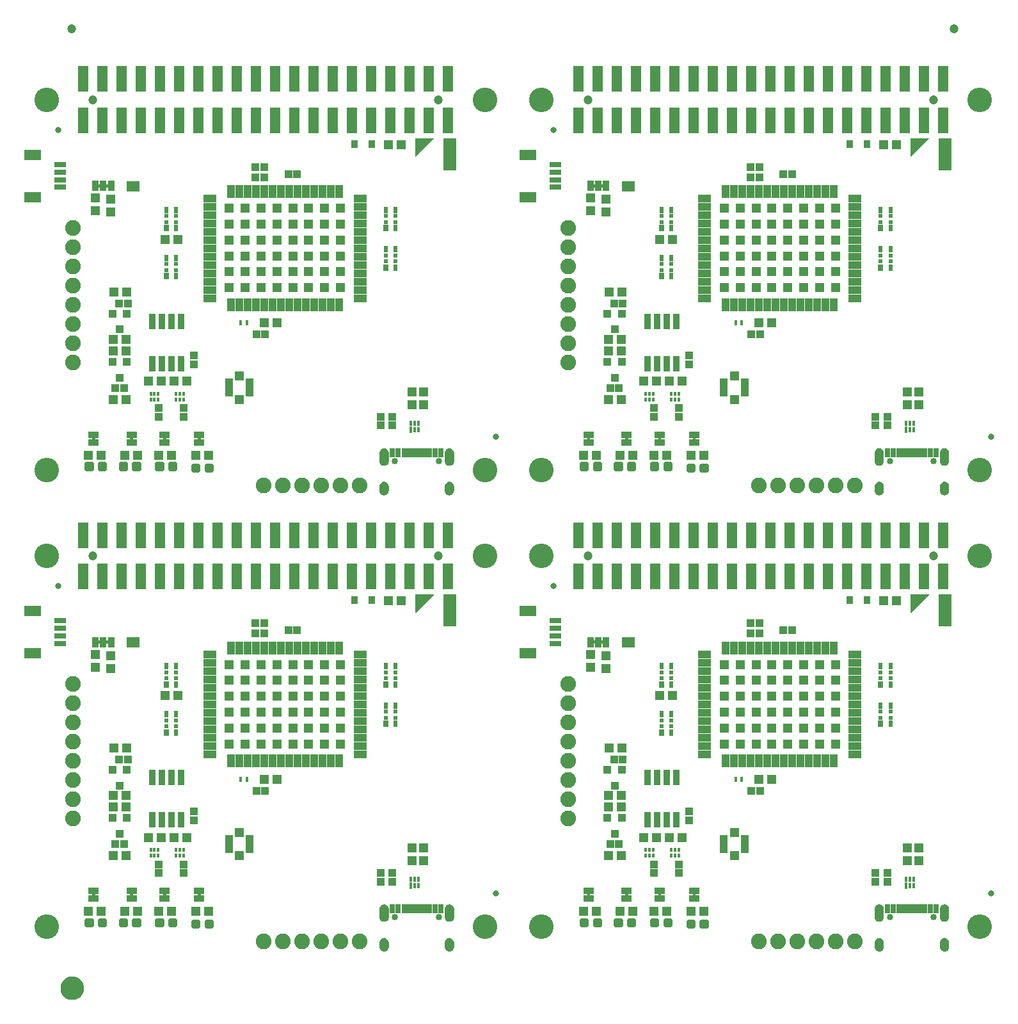
<source format=gts>
G04 EAGLE Gerber RS-274X export*
G75*
%MOMM*%
%FSLAX34Y34*%
%LPD*%
%INSoldermask Top*%
%IPPOS*%
%AMOC8*
5,1,8,0,0,1.08239X$1,22.5*%
G01*
%ADD10R,1.203200X1.303200*%
%ADD11R,0.863600X1.473200*%
%ADD12R,1.053200X2.403200*%
%ADD13R,1.203200X1.253200*%
%ADD14R,0.833200X1.033200*%
%ADD15R,1.303200X1.203200*%
%ADD16R,0.838200X1.473200*%
%ADD17C,0.505344*%
%ADD18R,1.473200X0.863600*%
%ADD19R,1.700000X4.200000*%
%ADD20R,1.003200X1.703200*%
%ADD21R,1.703200X1.003200*%
%ADD22R,1.303200X1.303200*%
%ADD23R,1.053200X1.103200*%
%ADD24R,0.453200X0.813200*%
%ADD25R,0.453200X0.763200*%
%ADD26R,0.503200X1.203200*%
%ADD27R,0.803200X1.203200*%
%ADD28C,0.853200*%
%ADD29R,1.103200X1.053200*%
%ADD30R,1.473200X3.378200*%
%ADD31C,1.203200*%
%ADD32C,3.251200*%
%ADD33C,0.838200*%
%ADD34R,2.203200X1.403200*%
%ADD35R,1.553200X0.803200*%
%ADD36C,2.082800*%
%ADD37R,0.419100X0.711200*%
%ADD38R,1.003200X1.103200*%
%ADD39R,0.843200X2.103200*%
%ADD40R,0.400000X0.620000*%
%ADD41R,0.620000X0.840000*%
%ADD42R,0.620000X0.560000*%
%ADD43R,0.640000X0.840000*%
%ADD44C,1.270000*%
%ADD45C,1.703200*%

G36*
X1178628Y1052515D02*
X1178628Y1052515D01*
X1178655Y1052511D01*
X1178695Y1052528D01*
X1178738Y1052537D01*
X1178773Y1052563D01*
X1178783Y1052567D01*
X1178786Y1052573D01*
X1178798Y1052581D01*
X1202798Y1076581D01*
X1202819Y1076620D01*
X1202848Y1076653D01*
X1202852Y1076680D01*
X1202865Y1076704D01*
X1202862Y1076748D01*
X1202868Y1076791D01*
X1202857Y1076816D01*
X1202855Y1076843D01*
X1202829Y1076879D01*
X1202812Y1076919D01*
X1202789Y1076934D01*
X1202772Y1076956D01*
X1202732Y1076972D01*
X1202695Y1076996D01*
X1202652Y1077002D01*
X1202642Y1077006D01*
X1202636Y1077005D01*
X1202621Y1077007D01*
X1178621Y1077007D01*
X1178605Y1077002D01*
X1178588Y1077005D01*
X1178539Y1076983D01*
X1178487Y1076968D01*
X1178476Y1076955D01*
X1178460Y1076948D01*
X1178431Y1076903D01*
X1178395Y1076862D01*
X1178393Y1076845D01*
X1178383Y1076831D01*
X1178372Y1076758D01*
X1178372Y1052758D01*
X1178384Y1052715D01*
X1178387Y1052672D01*
X1178404Y1052650D01*
X1178411Y1052623D01*
X1178444Y1052595D01*
X1178470Y1052559D01*
X1178496Y1052550D01*
X1178517Y1052531D01*
X1178560Y1052525D01*
X1178601Y1052509D01*
X1178628Y1052515D01*
G37*
G36*
X523536Y1052515D02*
X523536Y1052515D01*
X523563Y1052511D01*
X523604Y1052528D01*
X523646Y1052537D01*
X523682Y1052563D01*
X523691Y1052567D01*
X523695Y1052573D01*
X523706Y1052581D01*
X547706Y1076581D01*
X547727Y1076620D01*
X547756Y1076653D01*
X547760Y1076680D01*
X547773Y1076704D01*
X547770Y1076748D01*
X547777Y1076791D01*
X547766Y1076816D01*
X547764Y1076843D01*
X547738Y1076879D01*
X547720Y1076919D01*
X547697Y1076934D01*
X547681Y1076956D01*
X547640Y1076972D01*
X547604Y1076996D01*
X547560Y1077002D01*
X547551Y1077006D01*
X547544Y1077005D01*
X547530Y1077007D01*
X523530Y1077007D01*
X523514Y1077002D01*
X523497Y1077005D01*
X523447Y1076983D01*
X523396Y1076968D01*
X523385Y1076955D01*
X523369Y1076948D01*
X523339Y1076903D01*
X523304Y1076862D01*
X523301Y1076845D01*
X523292Y1076831D01*
X523281Y1076758D01*
X523281Y1052758D01*
X523293Y1052715D01*
X523296Y1052672D01*
X523312Y1052650D01*
X523320Y1052623D01*
X523353Y1052595D01*
X523379Y1052559D01*
X523405Y1052550D01*
X523425Y1052531D01*
X523469Y1052525D01*
X523509Y1052509D01*
X523536Y1052515D01*
G37*
G36*
X523536Y449417D02*
X523536Y449417D01*
X523563Y449413D01*
X523604Y449431D01*
X523646Y449440D01*
X523682Y449466D01*
X523691Y449470D01*
X523695Y449475D01*
X523706Y449484D01*
X547706Y473484D01*
X547727Y473522D01*
X547756Y473555D01*
X547760Y473582D01*
X547773Y473606D01*
X547770Y473650D01*
X547777Y473693D01*
X547766Y473719D01*
X547764Y473746D01*
X547738Y473781D01*
X547720Y473821D01*
X547697Y473836D01*
X547681Y473858D01*
X547640Y473874D01*
X547604Y473898D01*
X547560Y473905D01*
X547551Y473908D01*
X547544Y473907D01*
X547530Y473909D01*
X523530Y473909D01*
X523514Y473904D01*
X523497Y473907D01*
X523447Y473885D01*
X523396Y473870D01*
X523385Y473857D01*
X523369Y473850D01*
X523339Y473805D01*
X523304Y473765D01*
X523301Y473748D01*
X523292Y473734D01*
X523281Y473660D01*
X523281Y449660D01*
X523293Y449618D01*
X523296Y449574D01*
X523312Y449552D01*
X523320Y449526D01*
X523353Y449497D01*
X523379Y449462D01*
X523405Y449452D01*
X523425Y449434D01*
X523469Y449427D01*
X523509Y449412D01*
X523536Y449417D01*
G37*
G36*
X1178628Y449417D02*
X1178628Y449417D01*
X1178655Y449413D01*
X1178695Y449431D01*
X1178738Y449440D01*
X1178773Y449466D01*
X1178783Y449470D01*
X1178786Y449475D01*
X1178798Y449484D01*
X1202798Y473484D01*
X1202819Y473522D01*
X1202848Y473555D01*
X1202852Y473582D01*
X1202865Y473606D01*
X1202862Y473650D01*
X1202868Y473693D01*
X1202857Y473719D01*
X1202855Y473746D01*
X1202829Y473781D01*
X1202812Y473821D01*
X1202789Y473836D01*
X1202772Y473858D01*
X1202732Y473874D01*
X1202695Y473898D01*
X1202652Y473905D01*
X1202642Y473908D01*
X1202636Y473907D01*
X1202621Y473909D01*
X1178621Y473909D01*
X1178605Y473904D01*
X1178588Y473907D01*
X1178539Y473885D01*
X1178487Y473870D01*
X1178476Y473857D01*
X1178460Y473850D01*
X1178431Y473805D01*
X1178395Y473765D01*
X1178393Y473748D01*
X1178383Y473734D01*
X1178372Y473660D01*
X1178372Y449660D01*
X1178384Y449618D01*
X1178387Y449574D01*
X1178404Y449552D01*
X1178411Y449526D01*
X1178444Y449497D01*
X1178470Y449462D01*
X1178496Y449452D01*
X1178517Y449434D01*
X1178560Y449427D01*
X1178601Y449412D01*
X1178628Y449417D01*
G37*
G36*
X569484Y41173D02*
X569484Y41173D01*
X569490Y41179D01*
X569495Y41175D01*
X570725Y41540D01*
X570730Y41547D01*
X570735Y41545D01*
X571854Y42175D01*
X571857Y42182D01*
X571863Y42181D01*
X572813Y43044D01*
X572814Y43052D01*
X572820Y43052D01*
X573554Y44105D01*
X573554Y44113D01*
X573559Y44115D01*
X574041Y45305D01*
X574039Y45310D01*
X574043Y45313D01*
X574042Y45314D01*
X574044Y45315D01*
X574249Y46582D01*
X574246Y46587D01*
X574249Y46590D01*
X574249Y58590D01*
X574246Y58594D01*
X574249Y58597D01*
X574094Y59719D01*
X574089Y59724D01*
X574092Y59728D01*
X573721Y60799D01*
X573715Y60803D01*
X573717Y60808D01*
X573144Y61785D01*
X573138Y61788D01*
X573139Y61793D01*
X572386Y62640D01*
X572379Y62642D01*
X572379Y62647D01*
X571476Y63331D01*
X571469Y63331D01*
X571468Y63336D01*
X570449Y63831D01*
X570442Y63829D01*
X570440Y63834D01*
X569343Y64121D01*
X569337Y64118D01*
X569334Y64122D01*
X568203Y64189D01*
X568197Y64189D01*
X567066Y64122D01*
X567061Y64117D01*
X567057Y64121D01*
X565960Y63834D01*
X565956Y63828D01*
X565951Y63831D01*
X564932Y63336D01*
X564929Y63330D01*
X564924Y63331D01*
X564021Y62647D01*
X564019Y62640D01*
X564014Y62640D01*
X563261Y61793D01*
X563261Y61786D01*
X563256Y61785D01*
X562683Y60808D01*
X562684Y60805D01*
X562683Y60804D01*
X562684Y60803D01*
X562684Y60801D01*
X562679Y60799D01*
X562308Y59728D01*
X562310Y59723D01*
X562307Y59721D01*
X562307Y59720D01*
X562306Y59719D01*
X562151Y58597D01*
X562154Y58592D01*
X562151Y58590D01*
X562151Y46590D01*
X562154Y46585D01*
X562151Y46582D01*
X562356Y45315D01*
X562362Y45309D01*
X562359Y45305D01*
X562841Y44115D01*
X562848Y44111D01*
X562846Y44105D01*
X563580Y43052D01*
X563588Y43050D01*
X563587Y43044D01*
X564537Y42181D01*
X564546Y42180D01*
X564546Y42175D01*
X565665Y41545D01*
X565673Y41546D01*
X565675Y41540D01*
X566905Y41175D01*
X566913Y41178D01*
X566916Y41173D01*
X568197Y41091D01*
X568201Y41094D01*
X568203Y41091D01*
X569484Y41173D01*
G37*
G36*
X569484Y644271D02*
X569484Y644271D01*
X569490Y644276D01*
X569495Y644273D01*
X570725Y644638D01*
X570730Y644645D01*
X570735Y644642D01*
X571854Y645272D01*
X571857Y645280D01*
X571863Y645279D01*
X572813Y646142D01*
X572814Y646150D01*
X572820Y646150D01*
X573554Y647203D01*
X573554Y647211D01*
X573559Y647212D01*
X574041Y648402D01*
X574039Y648408D01*
X574043Y648411D01*
X574042Y648412D01*
X574044Y648413D01*
X574249Y649680D01*
X574246Y649685D01*
X574249Y649688D01*
X574249Y661688D01*
X574246Y661692D01*
X574249Y661694D01*
X574094Y662817D01*
X574089Y662822D01*
X574092Y662826D01*
X573721Y663897D01*
X573715Y663901D01*
X573717Y663905D01*
X573144Y664883D01*
X573138Y664886D01*
X573139Y664891D01*
X572386Y665738D01*
X572379Y665739D01*
X572379Y665745D01*
X571476Y666429D01*
X571469Y666429D01*
X571468Y666434D01*
X570449Y666928D01*
X570442Y666927D01*
X570440Y666932D01*
X569343Y667218D01*
X569337Y667215D01*
X569334Y667220D01*
X568203Y667287D01*
X568197Y667287D01*
X567066Y667220D01*
X567061Y667215D01*
X567057Y667218D01*
X565960Y666932D01*
X565956Y666926D01*
X565951Y666928D01*
X564932Y666434D01*
X564929Y666427D01*
X564924Y666429D01*
X564021Y665745D01*
X564019Y665738D01*
X564014Y665738D01*
X563261Y664891D01*
X563261Y664884D01*
X563256Y664883D01*
X562683Y663905D01*
X562684Y663902D01*
X562683Y663902D01*
X562684Y663900D01*
X562684Y663898D01*
X562679Y663897D01*
X562308Y662826D01*
X562310Y662821D01*
X562307Y662818D01*
X562307Y662817D01*
X562306Y662817D01*
X562151Y661694D01*
X562154Y661690D01*
X562151Y661688D01*
X562151Y649688D01*
X562154Y649683D01*
X562151Y649680D01*
X562356Y648413D01*
X562362Y648407D01*
X562359Y648402D01*
X562841Y647212D01*
X562848Y647208D01*
X562846Y647203D01*
X563580Y646150D01*
X563588Y646147D01*
X563587Y646142D01*
X564537Y645279D01*
X564546Y645278D01*
X564546Y645272D01*
X565665Y644642D01*
X565673Y644643D01*
X565675Y644638D01*
X566905Y644273D01*
X566913Y644276D01*
X566916Y644271D01*
X568197Y644188D01*
X568201Y644191D01*
X568203Y644188D01*
X569484Y644271D01*
G37*
G36*
X483084Y644271D02*
X483084Y644271D01*
X483090Y644276D01*
X483095Y644273D01*
X484325Y644638D01*
X484330Y644645D01*
X484335Y644642D01*
X485454Y645272D01*
X485457Y645280D01*
X485463Y645279D01*
X486413Y646142D01*
X486414Y646150D01*
X486420Y646150D01*
X487154Y647203D01*
X487154Y647211D01*
X487159Y647212D01*
X487641Y648402D01*
X487639Y648408D01*
X487643Y648411D01*
X487642Y648412D01*
X487644Y648413D01*
X487849Y649680D01*
X487846Y649685D01*
X487849Y649688D01*
X487849Y661688D01*
X487846Y661692D01*
X487849Y661694D01*
X487694Y662817D01*
X487689Y662822D01*
X487692Y662826D01*
X487321Y663897D01*
X487315Y663901D01*
X487317Y663905D01*
X486744Y664883D01*
X486738Y664886D01*
X486739Y664891D01*
X485986Y665738D01*
X485979Y665739D01*
X485979Y665745D01*
X485076Y666429D01*
X485069Y666429D01*
X485068Y666434D01*
X484049Y666928D01*
X484042Y666927D01*
X484040Y666932D01*
X482943Y667218D01*
X482937Y667215D01*
X482934Y667220D01*
X481803Y667287D01*
X481797Y667287D01*
X480666Y667220D01*
X480661Y667215D01*
X480657Y667218D01*
X479560Y666932D01*
X479556Y666926D01*
X479551Y666928D01*
X478532Y666434D01*
X478529Y666427D01*
X478524Y666429D01*
X477621Y665745D01*
X477619Y665738D01*
X477614Y665738D01*
X476861Y664891D01*
X476861Y664884D01*
X476856Y664883D01*
X476283Y663905D01*
X476284Y663902D01*
X476283Y663902D01*
X476284Y663900D01*
X476284Y663898D01*
X476279Y663897D01*
X475908Y662826D01*
X475910Y662821D01*
X475907Y662818D01*
X475907Y662817D01*
X475906Y662817D01*
X475751Y661694D01*
X475754Y661690D01*
X475751Y661688D01*
X475751Y649688D01*
X475754Y649683D01*
X475751Y649680D01*
X475956Y648413D01*
X475962Y648407D01*
X475959Y648402D01*
X476441Y647212D01*
X476448Y647208D01*
X476446Y647203D01*
X477180Y646150D01*
X477188Y646147D01*
X477187Y646142D01*
X478137Y645279D01*
X478146Y645278D01*
X478146Y645272D01*
X479265Y644642D01*
X479273Y644643D01*
X479275Y644638D01*
X480505Y644273D01*
X480513Y644276D01*
X480516Y644271D01*
X481797Y644188D01*
X481801Y644191D01*
X481803Y644188D01*
X483084Y644271D01*
G37*
G36*
X1224575Y644271D02*
X1224575Y644271D01*
X1224582Y644276D01*
X1224586Y644273D01*
X1225817Y644638D01*
X1225822Y644645D01*
X1225827Y644642D01*
X1226945Y645272D01*
X1226948Y645280D01*
X1226954Y645279D01*
X1227904Y646142D01*
X1227906Y646150D01*
X1227911Y646150D01*
X1228646Y647203D01*
X1228645Y647211D01*
X1228651Y647212D01*
X1229132Y648402D01*
X1229131Y648408D01*
X1229135Y648411D01*
X1229134Y648412D01*
X1229135Y648413D01*
X1229340Y649680D01*
X1229337Y649685D01*
X1229341Y649688D01*
X1229341Y661688D01*
X1229338Y661692D01*
X1229340Y661694D01*
X1229185Y662817D01*
X1229180Y662822D01*
X1229183Y662826D01*
X1228812Y663897D01*
X1228806Y663901D01*
X1228808Y663905D01*
X1228236Y664883D01*
X1228229Y664886D01*
X1228230Y664891D01*
X1227478Y665738D01*
X1227471Y665739D01*
X1227471Y665745D01*
X1226568Y666429D01*
X1226560Y666429D01*
X1226559Y666434D01*
X1225540Y666928D01*
X1225533Y666927D01*
X1225531Y666932D01*
X1224435Y667218D01*
X1224428Y667215D01*
X1224425Y667220D01*
X1223294Y667287D01*
X1223289Y667287D01*
X1222158Y667220D01*
X1222152Y667215D01*
X1222148Y667218D01*
X1221052Y666932D01*
X1221047Y666926D01*
X1221043Y666928D01*
X1220024Y666434D01*
X1220020Y666427D01*
X1220015Y666429D01*
X1219112Y665745D01*
X1219110Y665738D01*
X1219105Y665738D01*
X1218353Y664891D01*
X1218352Y664884D01*
X1218347Y664883D01*
X1217775Y663905D01*
X1217775Y663902D01*
X1217774Y663902D01*
X1217775Y663900D01*
X1217775Y663898D01*
X1217771Y663897D01*
X1217400Y662826D01*
X1217402Y662821D01*
X1217398Y662818D01*
X1217399Y662817D01*
X1217398Y662817D01*
X1217243Y661694D01*
X1217245Y661690D01*
X1217242Y661688D01*
X1217242Y649688D01*
X1217246Y649683D01*
X1217243Y649680D01*
X1217448Y648413D01*
X1217453Y648407D01*
X1217450Y648402D01*
X1217932Y647212D01*
X1217939Y647208D01*
X1217937Y647203D01*
X1218671Y646150D01*
X1218679Y646147D01*
X1218679Y646142D01*
X1219629Y645279D01*
X1219637Y645278D01*
X1219638Y645272D01*
X1220756Y644642D01*
X1220764Y644643D01*
X1220766Y644638D01*
X1221997Y644273D01*
X1222004Y644276D01*
X1222007Y644271D01*
X1223288Y644188D01*
X1223292Y644191D01*
X1223295Y644188D01*
X1224575Y644271D01*
G37*
G36*
X1138175Y644271D02*
X1138175Y644271D01*
X1138182Y644276D01*
X1138186Y644273D01*
X1139417Y644638D01*
X1139422Y644645D01*
X1139427Y644642D01*
X1140545Y645272D01*
X1140548Y645280D01*
X1140554Y645279D01*
X1141504Y646142D01*
X1141506Y646150D01*
X1141511Y646150D01*
X1142246Y647203D01*
X1142245Y647211D01*
X1142251Y647212D01*
X1142732Y648402D01*
X1142731Y648408D01*
X1142735Y648411D01*
X1142734Y648412D01*
X1142735Y648413D01*
X1142940Y649680D01*
X1142937Y649685D01*
X1142941Y649688D01*
X1142941Y661688D01*
X1142938Y661692D01*
X1142940Y661694D01*
X1142785Y662817D01*
X1142780Y662822D01*
X1142783Y662826D01*
X1142412Y663897D01*
X1142406Y663901D01*
X1142408Y663905D01*
X1141836Y664883D01*
X1141829Y664886D01*
X1141830Y664891D01*
X1141078Y665738D01*
X1141071Y665739D01*
X1141071Y665745D01*
X1140168Y666429D01*
X1140160Y666429D01*
X1140159Y666434D01*
X1139140Y666928D01*
X1139133Y666927D01*
X1139131Y666932D01*
X1138035Y667218D01*
X1138028Y667215D01*
X1138025Y667220D01*
X1136894Y667287D01*
X1136889Y667287D01*
X1135758Y667220D01*
X1135752Y667215D01*
X1135748Y667218D01*
X1134652Y666932D01*
X1134647Y666926D01*
X1134643Y666928D01*
X1133624Y666434D01*
X1133620Y666427D01*
X1133615Y666429D01*
X1132712Y665745D01*
X1132710Y665738D01*
X1132705Y665738D01*
X1131953Y664891D01*
X1131952Y664884D01*
X1131947Y664883D01*
X1131375Y663905D01*
X1131375Y663902D01*
X1131374Y663902D01*
X1131375Y663900D01*
X1131375Y663898D01*
X1131371Y663897D01*
X1131000Y662826D01*
X1131002Y662821D01*
X1130998Y662818D01*
X1130999Y662817D01*
X1130998Y662817D01*
X1130843Y661694D01*
X1130845Y661690D01*
X1130842Y661688D01*
X1130842Y649688D01*
X1130846Y649683D01*
X1130843Y649680D01*
X1131048Y648413D01*
X1131053Y648407D01*
X1131050Y648402D01*
X1131532Y647212D01*
X1131539Y647208D01*
X1131537Y647203D01*
X1132271Y646150D01*
X1132279Y646147D01*
X1132279Y646142D01*
X1133229Y645279D01*
X1133237Y645278D01*
X1133238Y645272D01*
X1134356Y644642D01*
X1134364Y644643D01*
X1134366Y644638D01*
X1135597Y644273D01*
X1135604Y644276D01*
X1135607Y644271D01*
X1136888Y644188D01*
X1136892Y644191D01*
X1136895Y644188D01*
X1138175Y644271D01*
G37*
G36*
X1224575Y41173D02*
X1224575Y41173D01*
X1224582Y41179D01*
X1224586Y41175D01*
X1225817Y41540D01*
X1225822Y41547D01*
X1225827Y41545D01*
X1226945Y42175D01*
X1226948Y42182D01*
X1226954Y42181D01*
X1227904Y43044D01*
X1227906Y43052D01*
X1227911Y43052D01*
X1228646Y44105D01*
X1228645Y44113D01*
X1228651Y44115D01*
X1229132Y45305D01*
X1229131Y45310D01*
X1229135Y45313D01*
X1229134Y45314D01*
X1229135Y45315D01*
X1229340Y46582D01*
X1229337Y46587D01*
X1229341Y46590D01*
X1229341Y58590D01*
X1229338Y58594D01*
X1229340Y58597D01*
X1229185Y59719D01*
X1229180Y59724D01*
X1229183Y59728D01*
X1228812Y60799D01*
X1228806Y60803D01*
X1228808Y60808D01*
X1228236Y61785D01*
X1228229Y61788D01*
X1228230Y61793D01*
X1227478Y62640D01*
X1227471Y62642D01*
X1227471Y62647D01*
X1226568Y63331D01*
X1226560Y63331D01*
X1226559Y63336D01*
X1225540Y63831D01*
X1225533Y63829D01*
X1225531Y63834D01*
X1224435Y64121D01*
X1224428Y64118D01*
X1224425Y64122D01*
X1223294Y64189D01*
X1223289Y64189D01*
X1222158Y64122D01*
X1222152Y64117D01*
X1222148Y64121D01*
X1221052Y63834D01*
X1221047Y63828D01*
X1221043Y63831D01*
X1220024Y63336D01*
X1220020Y63330D01*
X1220015Y63331D01*
X1219112Y62647D01*
X1219110Y62640D01*
X1219105Y62640D01*
X1218353Y61793D01*
X1218352Y61786D01*
X1218347Y61785D01*
X1217775Y60808D01*
X1217775Y60805D01*
X1217774Y60804D01*
X1217775Y60803D01*
X1217775Y60801D01*
X1217771Y60799D01*
X1217400Y59728D01*
X1217402Y59723D01*
X1217398Y59721D01*
X1217399Y59720D01*
X1217398Y59719D01*
X1217243Y58597D01*
X1217245Y58592D01*
X1217242Y58590D01*
X1217242Y46590D01*
X1217246Y46585D01*
X1217243Y46582D01*
X1217448Y45315D01*
X1217453Y45309D01*
X1217450Y45305D01*
X1217932Y44115D01*
X1217939Y44111D01*
X1217937Y44105D01*
X1218671Y43052D01*
X1218679Y43050D01*
X1218679Y43044D01*
X1219629Y42181D01*
X1219637Y42180D01*
X1219638Y42175D01*
X1220756Y41545D01*
X1220764Y41546D01*
X1220766Y41540D01*
X1221997Y41175D01*
X1222004Y41178D01*
X1222007Y41173D01*
X1223288Y41091D01*
X1223292Y41094D01*
X1223295Y41091D01*
X1224575Y41173D01*
G37*
G36*
X483084Y41173D02*
X483084Y41173D01*
X483090Y41179D01*
X483095Y41175D01*
X484325Y41540D01*
X484330Y41547D01*
X484335Y41545D01*
X485454Y42175D01*
X485457Y42182D01*
X485463Y42181D01*
X486413Y43044D01*
X486414Y43052D01*
X486420Y43052D01*
X487154Y44105D01*
X487154Y44113D01*
X487159Y44115D01*
X487641Y45305D01*
X487639Y45310D01*
X487643Y45313D01*
X487642Y45314D01*
X487644Y45315D01*
X487849Y46582D01*
X487846Y46587D01*
X487849Y46590D01*
X487849Y58590D01*
X487846Y58594D01*
X487849Y58597D01*
X487694Y59719D01*
X487689Y59724D01*
X487692Y59728D01*
X487321Y60799D01*
X487315Y60803D01*
X487317Y60808D01*
X486744Y61785D01*
X486738Y61788D01*
X486739Y61793D01*
X485986Y62640D01*
X485979Y62642D01*
X485979Y62647D01*
X485076Y63331D01*
X485069Y63331D01*
X485068Y63336D01*
X484049Y63831D01*
X484042Y63829D01*
X484040Y63834D01*
X482943Y64121D01*
X482937Y64118D01*
X482934Y64122D01*
X481803Y64189D01*
X481797Y64189D01*
X480666Y64122D01*
X480661Y64117D01*
X480657Y64121D01*
X479560Y63834D01*
X479556Y63828D01*
X479551Y63831D01*
X478532Y63336D01*
X478529Y63330D01*
X478524Y63331D01*
X477621Y62647D01*
X477619Y62640D01*
X477614Y62640D01*
X476861Y61793D01*
X476861Y61786D01*
X476856Y61785D01*
X476283Y60808D01*
X476284Y60805D01*
X476283Y60804D01*
X476284Y60803D01*
X476284Y60801D01*
X476279Y60799D01*
X475908Y59728D01*
X475910Y59723D01*
X475907Y59721D01*
X475907Y59720D01*
X475906Y59719D01*
X475751Y58597D01*
X475754Y58592D01*
X475751Y58590D01*
X475751Y46590D01*
X475754Y46585D01*
X475751Y46582D01*
X475956Y45315D01*
X475962Y45309D01*
X475959Y45305D01*
X476441Y44115D01*
X476448Y44111D01*
X476446Y44105D01*
X477180Y43052D01*
X477188Y43050D01*
X477187Y43044D01*
X478137Y42181D01*
X478146Y42180D01*
X478146Y42175D01*
X479265Y41545D01*
X479273Y41546D01*
X479275Y41540D01*
X480505Y41175D01*
X480513Y41178D01*
X480516Y41173D01*
X481797Y41091D01*
X481801Y41094D01*
X481803Y41091D01*
X483084Y41173D01*
G37*
G36*
X1138175Y41173D02*
X1138175Y41173D01*
X1138182Y41179D01*
X1138186Y41175D01*
X1139417Y41540D01*
X1139422Y41547D01*
X1139427Y41545D01*
X1140545Y42175D01*
X1140548Y42182D01*
X1140554Y42181D01*
X1141504Y43044D01*
X1141506Y43052D01*
X1141511Y43052D01*
X1142246Y44105D01*
X1142245Y44113D01*
X1142251Y44115D01*
X1142732Y45305D01*
X1142731Y45310D01*
X1142735Y45313D01*
X1142734Y45314D01*
X1142735Y45315D01*
X1142940Y46582D01*
X1142937Y46587D01*
X1142941Y46590D01*
X1142941Y58590D01*
X1142938Y58594D01*
X1142940Y58597D01*
X1142785Y59719D01*
X1142780Y59724D01*
X1142783Y59728D01*
X1142412Y60799D01*
X1142406Y60803D01*
X1142408Y60808D01*
X1141836Y61785D01*
X1141829Y61788D01*
X1141830Y61793D01*
X1141078Y62640D01*
X1141071Y62642D01*
X1141071Y62647D01*
X1140168Y63331D01*
X1140160Y63331D01*
X1140159Y63336D01*
X1139140Y63831D01*
X1139133Y63829D01*
X1139131Y63834D01*
X1138035Y64121D01*
X1138028Y64118D01*
X1138025Y64122D01*
X1136894Y64189D01*
X1136889Y64189D01*
X1135758Y64122D01*
X1135752Y64117D01*
X1135748Y64121D01*
X1134652Y63834D01*
X1134647Y63828D01*
X1134643Y63831D01*
X1133624Y63336D01*
X1133620Y63330D01*
X1133615Y63331D01*
X1132712Y62647D01*
X1132710Y62640D01*
X1132705Y62640D01*
X1131953Y61793D01*
X1131952Y61786D01*
X1131947Y61785D01*
X1131375Y60808D01*
X1131375Y60805D01*
X1131374Y60804D01*
X1131375Y60803D01*
X1131375Y60801D01*
X1131371Y60799D01*
X1131000Y59728D01*
X1131002Y59723D01*
X1130998Y59721D01*
X1130999Y59720D01*
X1130998Y59719D01*
X1130843Y58597D01*
X1130845Y58592D01*
X1130842Y58590D01*
X1130842Y46590D01*
X1130846Y46585D01*
X1130843Y46582D01*
X1131048Y45315D01*
X1131053Y45309D01*
X1131050Y45305D01*
X1131532Y44115D01*
X1131539Y44111D01*
X1131537Y44105D01*
X1132271Y43052D01*
X1132279Y43050D01*
X1132279Y43044D01*
X1133229Y42181D01*
X1133237Y42180D01*
X1133238Y42175D01*
X1134356Y41545D01*
X1134364Y41546D01*
X1134366Y41540D01*
X1135597Y41175D01*
X1135604Y41178D01*
X1135607Y41173D01*
X1136888Y41091D01*
X1136892Y41094D01*
X1136895Y41091D01*
X1138175Y41173D01*
G37*
G36*
X569371Y604999D02*
X569371Y604999D01*
X569376Y605003D01*
X569380Y605000D01*
X570503Y605336D01*
X570507Y605342D01*
X570511Y605339D01*
X571547Y605887D01*
X571550Y605894D01*
X571555Y605893D01*
X572463Y606632D01*
X572465Y606639D01*
X572470Y606639D01*
X573217Y607541D01*
X573217Y607548D01*
X573223Y607549D01*
X573779Y608580D01*
X573778Y608587D01*
X573783Y608588D01*
X574127Y609708D01*
X574125Y609715D01*
X574129Y609717D01*
X574249Y610883D01*
X574247Y610886D01*
X574249Y610888D01*
X574249Y616888D01*
X574247Y616890D01*
X574249Y616892D01*
X574138Y618068D01*
X574133Y618073D01*
X574136Y618078D01*
X573798Y619209D01*
X573792Y619214D01*
X573794Y619218D01*
X573242Y620262D01*
X573235Y620265D01*
X573237Y620270D01*
X572491Y621186D01*
X572484Y621188D01*
X572484Y621193D01*
X571575Y621946D01*
X571567Y621947D01*
X571567Y621952D01*
X570527Y622513D01*
X570520Y622512D01*
X570518Y622516D01*
X569389Y622864D01*
X569383Y622862D01*
X569380Y622866D01*
X568205Y622987D01*
X568198Y622982D01*
X568194Y622987D01*
X566854Y622830D01*
X566848Y622824D01*
X566843Y622827D01*
X565572Y622377D01*
X565567Y622370D01*
X565562Y622372D01*
X564423Y621649D01*
X564420Y621641D01*
X564414Y621642D01*
X563464Y620684D01*
X563463Y620676D01*
X563457Y620676D01*
X562744Y619530D01*
X562745Y619522D01*
X562739Y619520D01*
X562299Y618245D01*
X562301Y618237D01*
X562297Y618234D01*
X562151Y616893D01*
X562153Y616889D01*
X562151Y616888D01*
X562151Y610888D01*
X562153Y610884D01*
X562151Y610882D01*
X562306Y609553D01*
X562312Y609547D01*
X562309Y609542D01*
X562756Y608281D01*
X562763Y608277D01*
X562761Y608271D01*
X563478Y607141D01*
X563485Y607138D01*
X563484Y607133D01*
X564435Y606191D01*
X564443Y606190D01*
X564443Y606184D01*
X565579Y605477D01*
X565587Y605477D01*
X565589Y605472D01*
X566854Y605035D01*
X566859Y605037D01*
X566860Y605036D01*
X566863Y605036D01*
X566865Y605033D01*
X568195Y604889D01*
X568201Y604892D01*
X568205Y604889D01*
X569371Y604999D01*
G37*
G36*
X1138062Y604999D02*
X1138062Y604999D01*
X1138068Y605003D01*
X1138072Y605000D01*
X1139194Y605336D01*
X1139198Y605342D01*
X1139203Y605339D01*
X1140238Y605887D01*
X1140241Y605894D01*
X1140246Y605893D01*
X1141155Y606632D01*
X1141157Y606639D01*
X1141162Y606639D01*
X1141909Y607541D01*
X1141909Y607548D01*
X1141914Y607549D01*
X1142470Y608580D01*
X1142469Y608587D01*
X1142474Y608588D01*
X1142819Y609708D01*
X1142816Y609715D01*
X1142821Y609717D01*
X1142940Y610883D01*
X1142938Y610886D01*
X1142941Y610888D01*
X1142941Y616888D01*
X1142939Y616890D01*
X1142940Y616892D01*
X1142830Y618068D01*
X1142825Y618073D01*
X1142828Y618078D01*
X1142490Y619209D01*
X1142484Y619214D01*
X1142486Y619218D01*
X1141933Y620262D01*
X1141927Y620265D01*
X1141928Y620270D01*
X1141183Y621186D01*
X1141176Y621188D01*
X1141176Y621193D01*
X1140266Y621946D01*
X1140259Y621947D01*
X1140258Y621952D01*
X1139219Y622513D01*
X1139211Y622512D01*
X1139210Y622516D01*
X1138081Y622864D01*
X1138074Y622862D01*
X1138071Y622866D01*
X1136896Y622987D01*
X1136890Y622982D01*
X1136886Y622987D01*
X1135546Y622830D01*
X1135540Y622824D01*
X1135535Y622827D01*
X1134263Y622377D01*
X1134259Y622370D01*
X1134253Y622372D01*
X1133114Y621649D01*
X1133111Y621641D01*
X1133105Y621642D01*
X1132155Y620684D01*
X1132154Y620676D01*
X1132148Y620676D01*
X1131435Y619530D01*
X1131436Y619522D01*
X1131431Y619520D01*
X1130990Y618245D01*
X1130993Y618237D01*
X1130988Y618234D01*
X1130842Y616893D01*
X1130845Y616889D01*
X1130842Y616888D01*
X1130842Y610888D01*
X1130845Y610884D01*
X1130843Y610882D01*
X1130998Y609553D01*
X1131004Y609547D01*
X1131000Y609542D01*
X1131448Y608281D01*
X1131454Y608277D01*
X1131452Y608271D01*
X1132169Y607141D01*
X1132177Y607138D01*
X1132176Y607133D01*
X1133126Y606191D01*
X1133134Y606190D01*
X1133135Y606184D01*
X1134270Y605477D01*
X1134279Y605477D01*
X1134280Y605472D01*
X1135545Y605035D01*
X1135550Y605037D01*
X1135551Y605036D01*
X1135554Y605036D01*
X1135556Y605033D01*
X1136886Y604889D01*
X1136892Y604892D01*
X1136896Y604889D01*
X1138062Y604999D01*
G37*
G36*
X482971Y1901D02*
X482971Y1901D01*
X482976Y1906D01*
X482980Y1903D01*
X484103Y2238D01*
X484107Y2244D01*
X484111Y2242D01*
X485147Y2790D01*
X485150Y2796D01*
X485155Y2795D01*
X486063Y3534D01*
X486065Y3541D01*
X486070Y3541D01*
X486817Y4443D01*
X486817Y4451D01*
X486823Y4451D01*
X487379Y5482D01*
X487378Y5489D01*
X487383Y5491D01*
X487727Y6610D01*
X487725Y6617D01*
X487729Y6620D01*
X487849Y7785D01*
X487847Y7788D01*
X487849Y7790D01*
X487849Y13790D01*
X487847Y13793D01*
X487849Y13795D01*
X487738Y14971D01*
X487733Y14976D01*
X487736Y14980D01*
X487398Y16112D01*
X487392Y16116D01*
X487394Y16121D01*
X486842Y17165D01*
X486835Y17168D01*
X486837Y17173D01*
X486091Y18089D01*
X486084Y18090D01*
X486084Y18096D01*
X485175Y18849D01*
X485167Y18849D01*
X485167Y18854D01*
X484127Y19415D01*
X484120Y19414D01*
X484118Y19419D01*
X482989Y19766D01*
X482983Y19764D01*
X482980Y19768D01*
X481805Y19889D01*
X481798Y19885D01*
X481794Y19889D01*
X480454Y19732D01*
X480448Y19727D01*
X480443Y19730D01*
X479172Y19279D01*
X479167Y19272D01*
X479162Y19274D01*
X478023Y18552D01*
X478020Y18544D01*
X478014Y18545D01*
X477064Y17587D01*
X477063Y17579D01*
X477057Y17578D01*
X476344Y16433D01*
X476345Y16425D01*
X476339Y16423D01*
X475899Y15147D01*
X475901Y15140D01*
X475897Y15137D01*
X475751Y13795D01*
X475753Y13792D01*
X475751Y13790D01*
X475751Y7790D01*
X475753Y7787D01*
X475751Y7784D01*
X475906Y6455D01*
X475912Y6449D01*
X475909Y6445D01*
X476356Y5184D01*
X476363Y5179D01*
X476361Y5174D01*
X477078Y4044D01*
X477085Y4041D01*
X477084Y4035D01*
X478035Y3093D01*
X478043Y3092D01*
X478043Y3086D01*
X479179Y2379D01*
X479187Y2380D01*
X479189Y2374D01*
X480454Y1938D01*
X480459Y1939D01*
X480460Y1939D01*
X480463Y1939D01*
X480465Y1935D01*
X481795Y1791D01*
X481801Y1795D01*
X481805Y1791D01*
X482971Y1901D01*
G37*
G36*
X569371Y1901D02*
X569371Y1901D01*
X569376Y1906D01*
X569380Y1903D01*
X570503Y2238D01*
X570507Y2244D01*
X570511Y2242D01*
X571547Y2790D01*
X571550Y2796D01*
X571555Y2795D01*
X572463Y3534D01*
X572465Y3541D01*
X572470Y3541D01*
X573217Y4443D01*
X573217Y4451D01*
X573223Y4451D01*
X573779Y5482D01*
X573778Y5489D01*
X573783Y5491D01*
X574127Y6610D01*
X574125Y6617D01*
X574129Y6620D01*
X574249Y7785D01*
X574247Y7788D01*
X574249Y7790D01*
X574249Y13790D01*
X574247Y13793D01*
X574249Y13795D01*
X574138Y14971D01*
X574133Y14976D01*
X574136Y14980D01*
X573798Y16112D01*
X573792Y16116D01*
X573794Y16121D01*
X573242Y17165D01*
X573235Y17168D01*
X573237Y17173D01*
X572491Y18089D01*
X572484Y18090D01*
X572484Y18096D01*
X571575Y18849D01*
X571567Y18849D01*
X571567Y18854D01*
X570527Y19415D01*
X570520Y19414D01*
X570518Y19419D01*
X569389Y19766D01*
X569383Y19764D01*
X569380Y19768D01*
X568205Y19889D01*
X568198Y19885D01*
X568194Y19889D01*
X566854Y19732D01*
X566848Y19727D01*
X566843Y19730D01*
X565572Y19279D01*
X565567Y19272D01*
X565562Y19274D01*
X564423Y18552D01*
X564420Y18544D01*
X564414Y18545D01*
X563464Y17587D01*
X563463Y17579D01*
X563457Y17578D01*
X562744Y16433D01*
X562745Y16425D01*
X562739Y16423D01*
X562299Y15147D01*
X562301Y15140D01*
X562297Y15137D01*
X562151Y13795D01*
X562153Y13792D01*
X562151Y13790D01*
X562151Y7790D01*
X562153Y7787D01*
X562151Y7784D01*
X562306Y6455D01*
X562312Y6449D01*
X562309Y6445D01*
X562756Y5184D01*
X562763Y5179D01*
X562761Y5174D01*
X563478Y4044D01*
X563485Y4041D01*
X563484Y4035D01*
X564435Y3093D01*
X564443Y3092D01*
X564443Y3086D01*
X565579Y2379D01*
X565587Y2380D01*
X565589Y2374D01*
X566854Y1938D01*
X566859Y1939D01*
X566860Y1939D01*
X566863Y1939D01*
X566865Y1935D01*
X568195Y1791D01*
X568201Y1795D01*
X568205Y1791D01*
X569371Y1901D01*
G37*
G36*
X1224462Y1901D02*
X1224462Y1901D01*
X1224468Y1906D01*
X1224472Y1903D01*
X1225594Y2238D01*
X1225598Y2244D01*
X1225603Y2242D01*
X1226638Y2790D01*
X1226641Y2796D01*
X1226646Y2795D01*
X1227555Y3534D01*
X1227557Y3541D01*
X1227562Y3541D01*
X1228309Y4443D01*
X1228309Y4451D01*
X1228314Y4451D01*
X1228870Y5482D01*
X1228869Y5489D01*
X1228874Y5491D01*
X1229219Y6610D01*
X1229216Y6617D01*
X1229221Y6620D01*
X1229340Y7785D01*
X1229338Y7788D01*
X1229341Y7790D01*
X1229341Y13790D01*
X1229339Y13793D01*
X1229340Y13795D01*
X1229230Y14971D01*
X1229225Y14976D01*
X1229228Y14980D01*
X1228890Y16112D01*
X1228884Y16116D01*
X1228886Y16121D01*
X1228333Y17165D01*
X1228327Y17168D01*
X1228328Y17173D01*
X1227583Y18089D01*
X1227576Y18090D01*
X1227576Y18096D01*
X1226666Y18849D01*
X1226659Y18849D01*
X1226658Y18854D01*
X1225619Y19415D01*
X1225611Y19414D01*
X1225610Y19419D01*
X1224481Y19766D01*
X1224474Y19764D01*
X1224471Y19768D01*
X1223296Y19889D01*
X1223290Y19885D01*
X1223286Y19889D01*
X1221946Y19732D01*
X1221940Y19727D01*
X1221935Y19730D01*
X1220663Y19279D01*
X1220659Y19272D01*
X1220653Y19274D01*
X1219514Y18552D01*
X1219511Y18544D01*
X1219505Y18545D01*
X1218555Y17587D01*
X1218554Y17579D01*
X1218548Y17578D01*
X1217835Y16433D01*
X1217836Y16425D01*
X1217831Y16423D01*
X1217390Y15147D01*
X1217393Y15140D01*
X1217388Y15137D01*
X1217242Y13795D01*
X1217245Y13792D01*
X1217242Y13790D01*
X1217242Y7790D01*
X1217245Y7787D01*
X1217243Y7784D01*
X1217398Y6455D01*
X1217404Y6449D01*
X1217400Y6445D01*
X1217848Y5184D01*
X1217854Y5179D01*
X1217852Y5174D01*
X1218569Y4044D01*
X1218577Y4041D01*
X1218576Y4035D01*
X1219526Y3093D01*
X1219534Y3092D01*
X1219535Y3086D01*
X1220670Y2379D01*
X1220679Y2380D01*
X1220680Y2374D01*
X1221945Y1938D01*
X1221950Y1939D01*
X1221951Y1939D01*
X1221954Y1939D01*
X1221956Y1935D01*
X1223286Y1791D01*
X1223292Y1795D01*
X1223296Y1791D01*
X1224462Y1901D01*
G37*
G36*
X1138062Y1901D02*
X1138062Y1901D01*
X1138068Y1906D01*
X1138072Y1903D01*
X1139194Y2238D01*
X1139198Y2244D01*
X1139203Y2242D01*
X1140238Y2790D01*
X1140241Y2796D01*
X1140246Y2795D01*
X1141155Y3534D01*
X1141157Y3541D01*
X1141162Y3541D01*
X1141909Y4443D01*
X1141909Y4451D01*
X1141914Y4451D01*
X1142470Y5482D01*
X1142469Y5489D01*
X1142474Y5491D01*
X1142819Y6610D01*
X1142816Y6617D01*
X1142821Y6620D01*
X1142940Y7785D01*
X1142938Y7788D01*
X1142941Y7790D01*
X1142941Y13790D01*
X1142939Y13793D01*
X1142940Y13795D01*
X1142830Y14971D01*
X1142825Y14976D01*
X1142828Y14980D01*
X1142490Y16112D01*
X1142484Y16116D01*
X1142486Y16121D01*
X1141933Y17165D01*
X1141927Y17168D01*
X1141928Y17173D01*
X1141183Y18089D01*
X1141176Y18090D01*
X1141176Y18096D01*
X1140266Y18849D01*
X1140259Y18849D01*
X1140258Y18854D01*
X1139219Y19415D01*
X1139211Y19414D01*
X1139210Y19419D01*
X1138081Y19766D01*
X1138074Y19764D01*
X1138071Y19768D01*
X1136896Y19889D01*
X1136890Y19885D01*
X1136886Y19889D01*
X1135546Y19732D01*
X1135540Y19727D01*
X1135535Y19730D01*
X1134263Y19279D01*
X1134259Y19272D01*
X1134253Y19274D01*
X1133114Y18552D01*
X1133111Y18544D01*
X1133105Y18545D01*
X1132155Y17587D01*
X1132154Y17579D01*
X1132148Y17578D01*
X1131435Y16433D01*
X1131436Y16425D01*
X1131431Y16423D01*
X1130990Y15147D01*
X1130993Y15140D01*
X1130988Y15137D01*
X1130842Y13795D01*
X1130845Y13792D01*
X1130842Y13790D01*
X1130842Y7790D01*
X1130845Y7787D01*
X1130843Y7784D01*
X1130998Y6455D01*
X1131004Y6449D01*
X1131000Y6445D01*
X1131448Y5184D01*
X1131454Y5179D01*
X1131452Y5174D01*
X1132169Y4044D01*
X1132177Y4041D01*
X1132176Y4035D01*
X1133126Y3093D01*
X1133134Y3092D01*
X1133135Y3086D01*
X1134270Y2379D01*
X1134279Y2380D01*
X1134280Y2374D01*
X1135545Y1938D01*
X1135550Y1939D01*
X1135551Y1939D01*
X1135554Y1939D01*
X1135556Y1935D01*
X1136886Y1791D01*
X1136892Y1795D01*
X1136896Y1791D01*
X1138062Y1901D01*
G37*
G36*
X482971Y604999D02*
X482971Y604999D01*
X482976Y605003D01*
X482980Y605000D01*
X484103Y605336D01*
X484107Y605342D01*
X484111Y605339D01*
X485147Y605887D01*
X485150Y605894D01*
X485155Y605893D01*
X486063Y606632D01*
X486065Y606639D01*
X486070Y606639D01*
X486817Y607541D01*
X486817Y607548D01*
X486823Y607549D01*
X487379Y608580D01*
X487378Y608587D01*
X487383Y608588D01*
X487727Y609708D01*
X487725Y609715D01*
X487729Y609717D01*
X487849Y610883D01*
X487847Y610886D01*
X487849Y610888D01*
X487849Y616888D01*
X487847Y616890D01*
X487849Y616892D01*
X487738Y618068D01*
X487733Y618073D01*
X487736Y618078D01*
X487398Y619209D01*
X487392Y619214D01*
X487394Y619218D01*
X486842Y620262D01*
X486835Y620265D01*
X486837Y620270D01*
X486091Y621186D01*
X486084Y621188D01*
X486084Y621193D01*
X485175Y621946D01*
X485167Y621947D01*
X485167Y621952D01*
X484127Y622513D01*
X484120Y622512D01*
X484118Y622516D01*
X482989Y622864D01*
X482983Y622862D01*
X482980Y622866D01*
X481805Y622987D01*
X481798Y622982D01*
X481794Y622987D01*
X480454Y622830D01*
X480448Y622824D01*
X480443Y622827D01*
X479172Y622377D01*
X479167Y622370D01*
X479162Y622372D01*
X478023Y621649D01*
X478020Y621641D01*
X478014Y621642D01*
X477064Y620684D01*
X477063Y620676D01*
X477057Y620676D01*
X476344Y619530D01*
X476345Y619522D01*
X476339Y619520D01*
X475899Y618245D01*
X475901Y618237D01*
X475897Y618234D01*
X475751Y616893D01*
X475753Y616889D01*
X475751Y616888D01*
X475751Y610888D01*
X475753Y610884D01*
X475751Y610882D01*
X475906Y609553D01*
X475912Y609547D01*
X475909Y609542D01*
X476356Y608281D01*
X476363Y608277D01*
X476361Y608271D01*
X477078Y607141D01*
X477085Y607138D01*
X477084Y607133D01*
X478035Y606191D01*
X478043Y606190D01*
X478043Y606184D01*
X479179Y605477D01*
X479187Y605477D01*
X479189Y605472D01*
X480454Y605035D01*
X480459Y605037D01*
X480460Y605036D01*
X480463Y605036D01*
X480465Y605033D01*
X481795Y604889D01*
X481801Y604892D01*
X481805Y604889D01*
X482971Y604999D01*
G37*
G36*
X1224462Y604999D02*
X1224462Y604999D01*
X1224468Y605003D01*
X1224472Y605000D01*
X1225594Y605336D01*
X1225598Y605342D01*
X1225603Y605339D01*
X1226638Y605887D01*
X1226641Y605894D01*
X1226646Y605893D01*
X1227555Y606632D01*
X1227557Y606639D01*
X1227562Y606639D01*
X1228309Y607541D01*
X1228309Y607548D01*
X1228314Y607549D01*
X1228870Y608580D01*
X1228869Y608587D01*
X1228874Y608588D01*
X1229219Y609708D01*
X1229216Y609715D01*
X1229221Y609717D01*
X1229340Y610883D01*
X1229338Y610886D01*
X1229341Y610888D01*
X1229341Y616888D01*
X1229339Y616890D01*
X1229340Y616892D01*
X1229230Y618068D01*
X1229225Y618073D01*
X1229228Y618078D01*
X1228890Y619209D01*
X1228884Y619214D01*
X1228886Y619218D01*
X1228333Y620262D01*
X1228327Y620265D01*
X1228328Y620270D01*
X1227583Y621186D01*
X1227576Y621188D01*
X1227576Y621193D01*
X1226666Y621946D01*
X1226659Y621947D01*
X1226658Y621952D01*
X1225619Y622513D01*
X1225611Y622512D01*
X1225610Y622516D01*
X1224481Y622864D01*
X1224474Y622862D01*
X1224471Y622866D01*
X1223296Y622987D01*
X1223290Y622982D01*
X1223286Y622987D01*
X1221946Y622830D01*
X1221940Y622824D01*
X1221935Y622827D01*
X1220663Y622377D01*
X1220659Y622370D01*
X1220653Y622372D01*
X1219514Y621649D01*
X1219511Y621641D01*
X1219505Y621642D01*
X1218555Y620684D01*
X1218554Y620676D01*
X1218548Y620676D01*
X1217835Y619530D01*
X1217836Y619522D01*
X1217831Y619520D01*
X1217390Y618245D01*
X1217393Y618237D01*
X1217388Y618234D01*
X1217242Y616893D01*
X1217245Y616889D01*
X1217242Y616888D01*
X1217242Y610888D01*
X1217245Y610884D01*
X1217243Y610882D01*
X1217398Y609553D01*
X1217404Y609547D01*
X1217400Y609542D01*
X1217848Y608281D01*
X1217854Y608277D01*
X1217852Y608271D01*
X1218569Y607141D01*
X1218577Y607138D01*
X1218576Y607133D01*
X1219526Y606191D01*
X1219534Y606190D01*
X1219535Y606184D01*
X1220670Y605477D01*
X1220679Y605477D01*
X1220680Y605472D01*
X1221945Y605035D01*
X1221950Y605037D01*
X1221951Y605036D01*
X1221954Y605036D01*
X1221956Y605033D01*
X1223286Y604889D01*
X1223292Y604892D01*
X1223296Y604889D01*
X1224462Y604999D01*
G37*
G36*
X148965Y677385D02*
X148965Y677385D01*
X149031Y677387D01*
X149074Y677405D01*
X149121Y677413D01*
X149178Y677447D01*
X149238Y677471D01*
X149273Y677503D01*
X149314Y677527D01*
X149356Y677578D01*
X149404Y677623D01*
X149426Y677665D01*
X149455Y677701D01*
X149476Y677764D01*
X149507Y677822D01*
X149515Y677877D01*
X149527Y677914D01*
X149526Y677953D01*
X149534Y678008D01*
X149534Y681818D01*
X149523Y681882D01*
X149521Y681948D01*
X149503Y681992D01*
X149495Y682038D01*
X149461Y682095D01*
X149436Y682156D01*
X149405Y682191D01*
X149380Y682232D01*
X149329Y682273D01*
X149285Y682322D01*
X149243Y682343D01*
X149206Y682373D01*
X149144Y682394D01*
X149085Y682424D01*
X149031Y682432D01*
X148994Y682445D01*
X148954Y682444D01*
X148900Y682452D01*
X146360Y682452D01*
X146295Y682440D01*
X146229Y682438D01*
X146186Y682421D01*
X146139Y682412D01*
X146082Y682379D01*
X146022Y682354D01*
X145987Y682322D01*
X145946Y682298D01*
X145905Y682247D01*
X145856Y682203D01*
X145834Y682161D01*
X145805Y682124D01*
X145784Y682062D01*
X145753Y682003D01*
X145745Y681949D01*
X145733Y681911D01*
X145733Y681907D01*
X145734Y681871D01*
X145726Y681818D01*
X145726Y678008D01*
X145737Y677943D01*
X145739Y677877D01*
X145757Y677833D01*
X145765Y677787D01*
X145799Y677730D01*
X145824Y677669D01*
X145855Y677634D01*
X145880Y677594D01*
X145931Y677552D01*
X145975Y677504D01*
X146017Y677482D01*
X146054Y677452D01*
X146116Y677431D01*
X146175Y677401D01*
X146229Y677393D01*
X146266Y677380D01*
X146306Y677381D01*
X146360Y677373D01*
X148900Y677373D01*
X148965Y677385D01*
G37*
G36*
X753906Y677385D02*
X753906Y677385D01*
X753972Y677387D01*
X754016Y677405D01*
X754062Y677413D01*
X754119Y677447D01*
X754180Y677471D01*
X754215Y677503D01*
X754255Y677527D01*
X754297Y677578D01*
X754345Y677623D01*
X754367Y677665D01*
X754397Y677701D01*
X754418Y677764D01*
X754448Y677822D01*
X754456Y677877D01*
X754469Y677914D01*
X754468Y677953D01*
X754476Y678008D01*
X754476Y681818D01*
X754464Y681882D01*
X754462Y681948D01*
X754444Y681992D01*
X754436Y682038D01*
X754402Y682095D01*
X754378Y682156D01*
X754346Y682191D01*
X754322Y682232D01*
X754271Y682273D01*
X754226Y682322D01*
X754184Y682343D01*
X754148Y682373D01*
X754085Y682394D01*
X754027Y682424D01*
X753972Y682432D01*
X753935Y682445D01*
X753896Y682444D01*
X753841Y682452D01*
X751301Y682452D01*
X751237Y682440D01*
X751171Y682438D01*
X751127Y682421D01*
X751081Y682412D01*
X751024Y682379D01*
X750963Y682354D01*
X750928Y682322D01*
X750887Y682298D01*
X750846Y682247D01*
X750797Y682203D01*
X750776Y682161D01*
X750746Y682124D01*
X750725Y682062D01*
X750695Y682003D01*
X750687Y681949D01*
X750674Y681911D01*
X750674Y681907D01*
X750675Y681871D01*
X750667Y681818D01*
X750667Y678008D01*
X750679Y677943D01*
X750681Y677877D01*
X750698Y677833D01*
X750707Y677787D01*
X750740Y677730D01*
X750765Y677669D01*
X750797Y677634D01*
X750821Y677594D01*
X750872Y677552D01*
X750916Y677504D01*
X750959Y677482D01*
X750995Y677452D01*
X751057Y677431D01*
X751116Y677401D01*
X751170Y677393D01*
X751208Y677380D01*
X751247Y677381D01*
X751301Y677373D01*
X753841Y677373D01*
X753906Y677385D01*
G37*
G36*
X98815Y677385D02*
X98815Y677385D01*
X98881Y677387D01*
X98924Y677405D01*
X98971Y677413D01*
X99028Y677447D01*
X99088Y677471D01*
X99123Y677503D01*
X99164Y677527D01*
X99206Y677578D01*
X99254Y677623D01*
X99276Y677665D01*
X99305Y677701D01*
X99326Y677764D01*
X99357Y677822D01*
X99365Y677877D01*
X99377Y677914D01*
X99376Y677953D01*
X99384Y678008D01*
X99384Y681818D01*
X99373Y681882D01*
X99371Y681948D01*
X99353Y681992D01*
X99345Y682038D01*
X99311Y682095D01*
X99286Y682156D01*
X99255Y682191D01*
X99230Y682232D01*
X99179Y682273D01*
X99135Y682322D01*
X99093Y682343D01*
X99056Y682373D01*
X98994Y682394D01*
X98935Y682424D01*
X98881Y682432D01*
X98844Y682445D01*
X98804Y682444D01*
X98750Y682452D01*
X96210Y682452D01*
X96145Y682440D01*
X96079Y682438D01*
X96036Y682421D01*
X95989Y682412D01*
X95932Y682379D01*
X95872Y682354D01*
X95837Y682322D01*
X95796Y682298D01*
X95755Y682247D01*
X95706Y682203D01*
X95684Y682161D01*
X95655Y682124D01*
X95634Y682062D01*
X95603Y682003D01*
X95595Y681949D01*
X95583Y681911D01*
X95583Y681907D01*
X95584Y681871D01*
X95576Y681818D01*
X95576Y678008D01*
X95587Y677943D01*
X95589Y677877D01*
X95607Y677833D01*
X95615Y677787D01*
X95649Y677730D01*
X95674Y677669D01*
X95705Y677634D01*
X95730Y677594D01*
X95781Y677552D01*
X95825Y677504D01*
X95867Y677482D01*
X95904Y677452D01*
X95966Y677431D01*
X96025Y677401D01*
X96079Y677393D01*
X96116Y677380D01*
X96156Y677381D01*
X96210Y677373D01*
X98750Y677373D01*
X98815Y677385D01*
G37*
G36*
X148965Y74287D02*
X148965Y74287D01*
X149031Y74289D01*
X149074Y74307D01*
X149121Y74315D01*
X149178Y74349D01*
X149238Y74374D01*
X149273Y74405D01*
X149314Y74430D01*
X149356Y74481D01*
X149404Y74525D01*
X149426Y74567D01*
X149455Y74604D01*
X149476Y74666D01*
X149507Y74725D01*
X149515Y74779D01*
X149527Y74816D01*
X149526Y74856D01*
X149534Y74910D01*
X149534Y78720D01*
X149523Y78785D01*
X149521Y78851D01*
X149503Y78894D01*
X149495Y78941D01*
X149461Y78998D01*
X149436Y79058D01*
X149405Y79093D01*
X149380Y79134D01*
X149329Y79176D01*
X149285Y79224D01*
X149243Y79246D01*
X149206Y79275D01*
X149144Y79296D01*
X149085Y79327D01*
X149031Y79335D01*
X148994Y79347D01*
X148954Y79346D01*
X148900Y79354D01*
X146360Y79354D01*
X146295Y79343D01*
X146229Y79341D01*
X146186Y79323D01*
X146139Y79315D01*
X146082Y79281D01*
X146022Y79256D01*
X145987Y79225D01*
X145946Y79200D01*
X145905Y79149D01*
X145856Y79105D01*
X145834Y79063D01*
X145805Y79026D01*
X145784Y78964D01*
X145753Y78905D01*
X145745Y78851D01*
X145733Y78814D01*
X145733Y78810D01*
X145733Y78809D01*
X145734Y78774D01*
X145726Y78720D01*
X145726Y74910D01*
X145737Y74845D01*
X145739Y74779D01*
X145757Y74736D01*
X145765Y74689D01*
X145799Y74632D01*
X145824Y74572D01*
X145855Y74537D01*
X145880Y74496D01*
X145931Y74455D01*
X145975Y74406D01*
X146017Y74384D01*
X146054Y74355D01*
X146116Y74334D01*
X146175Y74303D01*
X146229Y74295D01*
X146266Y74283D01*
X146306Y74284D01*
X146360Y74276D01*
X148900Y74276D01*
X148965Y74287D01*
G37*
G36*
X847886Y74287D02*
X847886Y74287D01*
X847952Y74289D01*
X847996Y74307D01*
X848042Y74315D01*
X848099Y74349D01*
X848160Y74374D01*
X848195Y74405D01*
X848235Y74430D01*
X848277Y74481D01*
X848325Y74525D01*
X848347Y74567D01*
X848377Y74604D01*
X848398Y74666D01*
X848428Y74725D01*
X848436Y74779D01*
X848449Y74816D01*
X848448Y74856D01*
X848456Y74910D01*
X848456Y78720D01*
X848444Y78785D01*
X848442Y78851D01*
X848424Y78894D01*
X848416Y78941D01*
X848382Y78998D01*
X848358Y79058D01*
X848326Y79093D01*
X848302Y79134D01*
X848251Y79176D01*
X848206Y79224D01*
X848164Y79246D01*
X848128Y79275D01*
X848065Y79296D01*
X848007Y79327D01*
X847952Y79335D01*
X847915Y79347D01*
X847876Y79346D01*
X847821Y79354D01*
X845281Y79354D01*
X845217Y79343D01*
X845151Y79341D01*
X845107Y79323D01*
X845061Y79315D01*
X845004Y79281D01*
X844943Y79256D01*
X844908Y79225D01*
X844867Y79200D01*
X844826Y79149D01*
X844777Y79105D01*
X844756Y79063D01*
X844726Y79026D01*
X844705Y78964D01*
X844675Y78905D01*
X844667Y78851D01*
X844654Y78814D01*
X844654Y78810D01*
X844654Y78809D01*
X844655Y78774D01*
X844647Y78720D01*
X844647Y74910D01*
X844659Y74845D01*
X844661Y74779D01*
X844678Y74736D01*
X844687Y74689D01*
X844720Y74632D01*
X844745Y74572D01*
X844777Y74537D01*
X844801Y74496D01*
X844852Y74455D01*
X844896Y74406D01*
X844939Y74384D01*
X844975Y74355D01*
X845037Y74334D01*
X845096Y74303D01*
X845150Y74295D01*
X845188Y74283D01*
X845227Y74284D01*
X845281Y74276D01*
X847821Y74276D01*
X847886Y74287D01*
G37*
G36*
X98815Y74287D02*
X98815Y74287D01*
X98881Y74289D01*
X98924Y74307D01*
X98971Y74315D01*
X99028Y74349D01*
X99088Y74374D01*
X99123Y74405D01*
X99164Y74430D01*
X99206Y74481D01*
X99254Y74525D01*
X99276Y74567D01*
X99305Y74604D01*
X99326Y74666D01*
X99357Y74725D01*
X99365Y74779D01*
X99377Y74816D01*
X99376Y74856D01*
X99384Y74910D01*
X99384Y78720D01*
X99373Y78785D01*
X99371Y78851D01*
X99353Y78894D01*
X99345Y78941D01*
X99311Y78998D01*
X99286Y79058D01*
X99255Y79093D01*
X99230Y79134D01*
X99179Y79176D01*
X99135Y79224D01*
X99093Y79246D01*
X99056Y79275D01*
X98994Y79296D01*
X98935Y79327D01*
X98881Y79335D01*
X98844Y79347D01*
X98804Y79346D01*
X98750Y79354D01*
X96210Y79354D01*
X96145Y79343D01*
X96079Y79341D01*
X96036Y79323D01*
X95989Y79315D01*
X95932Y79281D01*
X95872Y79256D01*
X95837Y79225D01*
X95796Y79200D01*
X95755Y79149D01*
X95706Y79105D01*
X95684Y79063D01*
X95655Y79026D01*
X95634Y78964D01*
X95603Y78905D01*
X95595Y78851D01*
X95583Y78814D01*
X95583Y78810D01*
X95583Y78809D01*
X95584Y78774D01*
X95576Y78720D01*
X95576Y74910D01*
X95587Y74845D01*
X95589Y74779D01*
X95607Y74736D01*
X95615Y74689D01*
X95649Y74632D01*
X95674Y74572D01*
X95705Y74537D01*
X95730Y74496D01*
X95781Y74455D01*
X95825Y74406D01*
X95867Y74384D01*
X95904Y74355D01*
X95966Y74334D01*
X96025Y74303D01*
X96079Y74295D01*
X96116Y74283D01*
X96156Y74284D01*
X96210Y74276D01*
X98750Y74276D01*
X98815Y74287D01*
G37*
G36*
X238515Y74287D02*
X238515Y74287D01*
X238581Y74289D01*
X238624Y74307D01*
X238671Y74315D01*
X238728Y74349D01*
X238788Y74374D01*
X238823Y74405D01*
X238864Y74430D01*
X238906Y74481D01*
X238954Y74525D01*
X238976Y74567D01*
X239005Y74604D01*
X239026Y74666D01*
X239057Y74725D01*
X239065Y74779D01*
X239077Y74816D01*
X239076Y74856D01*
X239084Y74910D01*
X239084Y78720D01*
X239073Y78785D01*
X239071Y78851D01*
X239053Y78894D01*
X239045Y78941D01*
X239011Y78998D01*
X238986Y79058D01*
X238955Y79093D01*
X238930Y79134D01*
X238879Y79176D01*
X238835Y79224D01*
X238793Y79246D01*
X238756Y79275D01*
X238694Y79296D01*
X238635Y79327D01*
X238581Y79335D01*
X238544Y79347D01*
X238504Y79346D01*
X238450Y79354D01*
X235910Y79354D01*
X235845Y79343D01*
X235779Y79341D01*
X235736Y79323D01*
X235689Y79315D01*
X235632Y79281D01*
X235572Y79256D01*
X235537Y79225D01*
X235496Y79200D01*
X235455Y79149D01*
X235406Y79105D01*
X235384Y79063D01*
X235355Y79026D01*
X235334Y78964D01*
X235303Y78905D01*
X235295Y78851D01*
X235283Y78814D01*
X235283Y78810D01*
X235283Y78809D01*
X235284Y78774D01*
X235276Y78720D01*
X235276Y74910D01*
X235287Y74845D01*
X235289Y74779D01*
X235307Y74736D01*
X235315Y74689D01*
X235349Y74632D01*
X235374Y74572D01*
X235405Y74537D01*
X235430Y74496D01*
X235481Y74455D01*
X235525Y74406D01*
X235567Y74384D01*
X235604Y74355D01*
X235666Y74334D01*
X235725Y74303D01*
X235779Y74295D01*
X235816Y74283D01*
X235856Y74284D01*
X235910Y74276D01*
X238450Y74276D01*
X238515Y74287D01*
G37*
G36*
X893606Y74287D02*
X893606Y74287D01*
X893672Y74289D01*
X893716Y74307D01*
X893762Y74315D01*
X893819Y74349D01*
X893880Y74374D01*
X893915Y74405D01*
X893955Y74430D01*
X893997Y74481D01*
X894045Y74525D01*
X894067Y74567D01*
X894097Y74604D01*
X894118Y74666D01*
X894148Y74725D01*
X894156Y74779D01*
X894169Y74816D01*
X894168Y74856D01*
X894176Y74910D01*
X894176Y78720D01*
X894164Y78785D01*
X894162Y78851D01*
X894144Y78894D01*
X894136Y78941D01*
X894102Y78998D01*
X894078Y79058D01*
X894046Y79093D01*
X894022Y79134D01*
X893971Y79176D01*
X893926Y79224D01*
X893884Y79246D01*
X893848Y79275D01*
X893785Y79296D01*
X893727Y79327D01*
X893672Y79335D01*
X893635Y79347D01*
X893596Y79346D01*
X893541Y79354D01*
X891001Y79354D01*
X890937Y79343D01*
X890871Y79341D01*
X890827Y79323D01*
X890781Y79315D01*
X890724Y79281D01*
X890663Y79256D01*
X890628Y79225D01*
X890587Y79200D01*
X890546Y79149D01*
X890497Y79105D01*
X890476Y79063D01*
X890446Y79026D01*
X890425Y78964D01*
X890395Y78905D01*
X890387Y78851D01*
X890374Y78814D01*
X890374Y78810D01*
X890374Y78809D01*
X890375Y78774D01*
X890367Y78720D01*
X890367Y74910D01*
X890379Y74845D01*
X890381Y74779D01*
X890398Y74736D01*
X890407Y74689D01*
X890440Y74632D01*
X890465Y74572D01*
X890497Y74537D01*
X890521Y74496D01*
X890572Y74455D01*
X890616Y74406D01*
X890659Y74384D01*
X890695Y74355D01*
X890757Y74334D01*
X890816Y74303D01*
X890870Y74295D01*
X890908Y74283D01*
X890947Y74284D01*
X891001Y74276D01*
X893541Y74276D01*
X893606Y74287D01*
G37*
G36*
X847886Y677385D02*
X847886Y677385D01*
X847952Y677387D01*
X847996Y677405D01*
X848042Y677413D01*
X848099Y677447D01*
X848160Y677471D01*
X848195Y677503D01*
X848235Y677527D01*
X848277Y677578D01*
X848325Y677623D01*
X848347Y677665D01*
X848377Y677701D01*
X848398Y677764D01*
X848428Y677822D01*
X848436Y677877D01*
X848449Y677914D01*
X848448Y677953D01*
X848456Y678008D01*
X848456Y681818D01*
X848444Y681882D01*
X848442Y681948D01*
X848424Y681992D01*
X848416Y682038D01*
X848382Y682095D01*
X848358Y682156D01*
X848326Y682191D01*
X848302Y682232D01*
X848251Y682273D01*
X848206Y682322D01*
X848164Y682343D01*
X848128Y682373D01*
X848065Y682394D01*
X848007Y682424D01*
X847952Y682432D01*
X847915Y682445D01*
X847876Y682444D01*
X847821Y682452D01*
X845281Y682452D01*
X845217Y682440D01*
X845151Y682438D01*
X845107Y682421D01*
X845061Y682412D01*
X845004Y682379D01*
X844943Y682354D01*
X844908Y682322D01*
X844867Y682298D01*
X844826Y682247D01*
X844777Y682203D01*
X844756Y682161D01*
X844726Y682124D01*
X844705Y682062D01*
X844675Y682003D01*
X844667Y681949D01*
X844654Y681911D01*
X844654Y681907D01*
X844655Y681871D01*
X844647Y681818D01*
X844647Y678008D01*
X844659Y677943D01*
X844661Y677877D01*
X844678Y677833D01*
X844687Y677787D01*
X844720Y677730D01*
X844745Y677669D01*
X844777Y677634D01*
X844801Y677594D01*
X844852Y677552D01*
X844896Y677504D01*
X844939Y677482D01*
X844975Y677452D01*
X845037Y677431D01*
X845096Y677401D01*
X845150Y677393D01*
X845188Y677380D01*
X845227Y677381D01*
X845281Y677373D01*
X847821Y677373D01*
X847886Y677385D01*
G37*
G36*
X192795Y74287D02*
X192795Y74287D01*
X192861Y74289D01*
X192904Y74307D01*
X192951Y74315D01*
X193008Y74349D01*
X193068Y74374D01*
X193103Y74405D01*
X193144Y74430D01*
X193186Y74481D01*
X193234Y74525D01*
X193256Y74567D01*
X193285Y74604D01*
X193306Y74666D01*
X193337Y74725D01*
X193345Y74779D01*
X193357Y74816D01*
X193356Y74856D01*
X193364Y74910D01*
X193364Y78720D01*
X193353Y78785D01*
X193351Y78851D01*
X193333Y78894D01*
X193325Y78941D01*
X193291Y78998D01*
X193266Y79058D01*
X193235Y79093D01*
X193210Y79134D01*
X193159Y79176D01*
X193115Y79224D01*
X193073Y79246D01*
X193036Y79275D01*
X192974Y79296D01*
X192915Y79327D01*
X192861Y79335D01*
X192824Y79347D01*
X192784Y79346D01*
X192730Y79354D01*
X190190Y79354D01*
X190125Y79343D01*
X190059Y79341D01*
X190016Y79323D01*
X189969Y79315D01*
X189912Y79281D01*
X189852Y79256D01*
X189817Y79225D01*
X189776Y79200D01*
X189735Y79149D01*
X189686Y79105D01*
X189664Y79063D01*
X189635Y79026D01*
X189614Y78964D01*
X189583Y78905D01*
X189575Y78851D01*
X189563Y78814D01*
X189563Y78810D01*
X189563Y78809D01*
X189564Y78774D01*
X189556Y78720D01*
X189556Y74910D01*
X189567Y74845D01*
X189569Y74779D01*
X189587Y74736D01*
X189595Y74689D01*
X189629Y74632D01*
X189654Y74572D01*
X189685Y74537D01*
X189710Y74496D01*
X189761Y74455D01*
X189805Y74406D01*
X189847Y74384D01*
X189884Y74355D01*
X189946Y74334D01*
X190005Y74303D01*
X190059Y74295D01*
X190096Y74283D01*
X190136Y74284D01*
X190190Y74276D01*
X192730Y74276D01*
X192795Y74287D01*
G37*
G36*
X804056Y74287D02*
X804056Y74287D01*
X804122Y74289D01*
X804166Y74307D01*
X804212Y74315D01*
X804269Y74349D01*
X804330Y74374D01*
X804365Y74405D01*
X804405Y74430D01*
X804447Y74481D01*
X804495Y74525D01*
X804517Y74567D01*
X804547Y74604D01*
X804568Y74666D01*
X804598Y74725D01*
X804606Y74779D01*
X804619Y74816D01*
X804618Y74856D01*
X804626Y74910D01*
X804626Y78720D01*
X804614Y78785D01*
X804612Y78851D01*
X804594Y78894D01*
X804586Y78941D01*
X804552Y78998D01*
X804528Y79058D01*
X804496Y79093D01*
X804472Y79134D01*
X804421Y79176D01*
X804376Y79224D01*
X804334Y79246D01*
X804298Y79275D01*
X804235Y79296D01*
X804177Y79327D01*
X804122Y79335D01*
X804085Y79347D01*
X804046Y79346D01*
X803991Y79354D01*
X801451Y79354D01*
X801387Y79343D01*
X801321Y79341D01*
X801277Y79323D01*
X801231Y79315D01*
X801174Y79281D01*
X801113Y79256D01*
X801078Y79225D01*
X801037Y79200D01*
X800996Y79149D01*
X800947Y79105D01*
X800926Y79063D01*
X800896Y79026D01*
X800875Y78964D01*
X800845Y78905D01*
X800837Y78851D01*
X800824Y78814D01*
X800824Y78810D01*
X800824Y78809D01*
X800825Y78774D01*
X800817Y78720D01*
X800817Y74910D01*
X800829Y74845D01*
X800831Y74779D01*
X800848Y74736D01*
X800857Y74689D01*
X800890Y74632D01*
X800915Y74572D01*
X800947Y74537D01*
X800971Y74496D01*
X801022Y74455D01*
X801066Y74406D01*
X801109Y74384D01*
X801145Y74355D01*
X801207Y74334D01*
X801266Y74303D01*
X801320Y74295D01*
X801358Y74283D01*
X801397Y74284D01*
X801451Y74276D01*
X803991Y74276D01*
X804056Y74287D01*
G37*
G36*
X893606Y677385D02*
X893606Y677385D01*
X893672Y677387D01*
X893716Y677405D01*
X893762Y677413D01*
X893819Y677447D01*
X893880Y677471D01*
X893915Y677503D01*
X893955Y677527D01*
X893997Y677578D01*
X894045Y677623D01*
X894067Y677665D01*
X894097Y677701D01*
X894118Y677764D01*
X894148Y677822D01*
X894156Y677877D01*
X894169Y677914D01*
X894168Y677953D01*
X894176Y678008D01*
X894176Y681818D01*
X894164Y681882D01*
X894162Y681948D01*
X894144Y681992D01*
X894136Y682038D01*
X894102Y682095D01*
X894078Y682156D01*
X894046Y682191D01*
X894022Y682232D01*
X893971Y682273D01*
X893926Y682322D01*
X893884Y682343D01*
X893848Y682373D01*
X893785Y682394D01*
X893727Y682424D01*
X893672Y682432D01*
X893635Y682445D01*
X893596Y682444D01*
X893541Y682452D01*
X891001Y682452D01*
X890937Y682440D01*
X890871Y682438D01*
X890827Y682421D01*
X890781Y682412D01*
X890724Y682379D01*
X890663Y682354D01*
X890628Y682322D01*
X890587Y682298D01*
X890546Y682247D01*
X890497Y682203D01*
X890476Y682161D01*
X890446Y682124D01*
X890425Y682062D01*
X890395Y682003D01*
X890387Y681949D01*
X890374Y681911D01*
X890374Y681907D01*
X890375Y681871D01*
X890367Y681818D01*
X890367Y678008D01*
X890379Y677943D01*
X890381Y677877D01*
X890398Y677833D01*
X890407Y677787D01*
X890440Y677730D01*
X890465Y677669D01*
X890497Y677634D01*
X890521Y677594D01*
X890572Y677552D01*
X890616Y677504D01*
X890659Y677482D01*
X890695Y677452D01*
X890757Y677431D01*
X890816Y677401D01*
X890870Y677393D01*
X890908Y677380D01*
X890947Y677381D01*
X891001Y677373D01*
X893541Y677373D01*
X893606Y677385D01*
G37*
G36*
X238515Y677385D02*
X238515Y677385D01*
X238581Y677387D01*
X238624Y677405D01*
X238671Y677413D01*
X238728Y677447D01*
X238788Y677471D01*
X238823Y677503D01*
X238864Y677527D01*
X238906Y677578D01*
X238954Y677623D01*
X238976Y677665D01*
X239005Y677701D01*
X239026Y677764D01*
X239057Y677822D01*
X239065Y677877D01*
X239077Y677914D01*
X239076Y677953D01*
X239084Y678008D01*
X239084Y681818D01*
X239073Y681882D01*
X239071Y681948D01*
X239053Y681992D01*
X239045Y682038D01*
X239011Y682095D01*
X238986Y682156D01*
X238955Y682191D01*
X238930Y682232D01*
X238879Y682273D01*
X238835Y682322D01*
X238793Y682343D01*
X238756Y682373D01*
X238694Y682394D01*
X238635Y682424D01*
X238581Y682432D01*
X238544Y682445D01*
X238504Y682444D01*
X238450Y682452D01*
X235910Y682452D01*
X235845Y682440D01*
X235779Y682438D01*
X235736Y682421D01*
X235689Y682412D01*
X235632Y682379D01*
X235572Y682354D01*
X235537Y682322D01*
X235496Y682298D01*
X235455Y682247D01*
X235406Y682203D01*
X235384Y682161D01*
X235355Y682124D01*
X235334Y682062D01*
X235303Y682003D01*
X235295Y681949D01*
X235283Y681911D01*
X235283Y681907D01*
X235284Y681871D01*
X235276Y681818D01*
X235276Y678008D01*
X235287Y677943D01*
X235289Y677877D01*
X235307Y677833D01*
X235315Y677787D01*
X235349Y677730D01*
X235374Y677669D01*
X235405Y677634D01*
X235430Y677594D01*
X235481Y677552D01*
X235525Y677504D01*
X235567Y677482D01*
X235604Y677452D01*
X235666Y677431D01*
X235725Y677401D01*
X235779Y677393D01*
X235816Y677380D01*
X235856Y677381D01*
X235910Y677373D01*
X238450Y677373D01*
X238515Y677385D01*
G37*
G36*
X804056Y677385D02*
X804056Y677385D01*
X804122Y677387D01*
X804166Y677405D01*
X804212Y677413D01*
X804269Y677447D01*
X804330Y677471D01*
X804365Y677503D01*
X804405Y677527D01*
X804447Y677578D01*
X804495Y677623D01*
X804517Y677665D01*
X804547Y677701D01*
X804568Y677764D01*
X804598Y677822D01*
X804606Y677877D01*
X804619Y677914D01*
X804618Y677953D01*
X804626Y678008D01*
X804626Y681818D01*
X804614Y681882D01*
X804612Y681948D01*
X804594Y681992D01*
X804586Y682038D01*
X804552Y682095D01*
X804528Y682156D01*
X804496Y682191D01*
X804472Y682232D01*
X804421Y682273D01*
X804376Y682322D01*
X804334Y682343D01*
X804298Y682373D01*
X804235Y682394D01*
X804177Y682424D01*
X804122Y682432D01*
X804085Y682445D01*
X804046Y682444D01*
X803991Y682452D01*
X801451Y682452D01*
X801387Y682440D01*
X801321Y682438D01*
X801277Y682421D01*
X801231Y682412D01*
X801174Y682379D01*
X801113Y682354D01*
X801078Y682322D01*
X801037Y682298D01*
X800996Y682247D01*
X800947Y682203D01*
X800926Y682161D01*
X800896Y682124D01*
X800875Y682062D01*
X800845Y682003D01*
X800837Y681949D01*
X800824Y681911D01*
X800824Y681907D01*
X800825Y681871D01*
X800817Y681818D01*
X800817Y678008D01*
X800829Y677943D01*
X800831Y677877D01*
X800848Y677833D01*
X800857Y677787D01*
X800890Y677730D01*
X800915Y677669D01*
X800947Y677634D01*
X800971Y677594D01*
X801022Y677552D01*
X801066Y677504D01*
X801109Y677482D01*
X801145Y677452D01*
X801207Y677431D01*
X801266Y677401D01*
X801320Y677393D01*
X801358Y677380D01*
X801397Y677381D01*
X801451Y677373D01*
X803991Y677373D01*
X804056Y677385D01*
G37*
G36*
X192795Y677385D02*
X192795Y677385D01*
X192861Y677387D01*
X192904Y677405D01*
X192951Y677413D01*
X193008Y677447D01*
X193068Y677471D01*
X193103Y677503D01*
X193144Y677527D01*
X193186Y677578D01*
X193234Y677623D01*
X193256Y677665D01*
X193285Y677701D01*
X193306Y677764D01*
X193337Y677822D01*
X193345Y677877D01*
X193357Y677914D01*
X193356Y677953D01*
X193364Y678008D01*
X193364Y681818D01*
X193353Y681882D01*
X193351Y681948D01*
X193333Y681992D01*
X193325Y682038D01*
X193291Y682095D01*
X193266Y682156D01*
X193235Y682191D01*
X193210Y682232D01*
X193159Y682273D01*
X193115Y682322D01*
X193073Y682343D01*
X193036Y682373D01*
X192974Y682394D01*
X192915Y682424D01*
X192861Y682432D01*
X192824Y682445D01*
X192784Y682444D01*
X192730Y682452D01*
X190190Y682452D01*
X190125Y682440D01*
X190059Y682438D01*
X190016Y682421D01*
X189969Y682412D01*
X189912Y682379D01*
X189852Y682354D01*
X189817Y682322D01*
X189776Y682298D01*
X189735Y682247D01*
X189686Y682203D01*
X189664Y682161D01*
X189635Y682124D01*
X189614Y682062D01*
X189583Y682003D01*
X189575Y681949D01*
X189563Y681911D01*
X189563Y681907D01*
X189564Y681871D01*
X189556Y681818D01*
X189556Y678008D01*
X189567Y677943D01*
X189569Y677877D01*
X189587Y677833D01*
X189595Y677787D01*
X189629Y677730D01*
X189654Y677669D01*
X189685Y677634D01*
X189710Y677594D01*
X189761Y677552D01*
X189805Y677504D01*
X189847Y677482D01*
X189884Y677452D01*
X189946Y677431D01*
X190005Y677401D01*
X190059Y677393D01*
X190096Y677380D01*
X190136Y677381D01*
X190190Y677373D01*
X192730Y677373D01*
X192795Y677385D01*
G37*
G36*
X753906Y74287D02*
X753906Y74287D01*
X753972Y74289D01*
X754016Y74307D01*
X754062Y74315D01*
X754119Y74349D01*
X754180Y74374D01*
X754215Y74405D01*
X754255Y74430D01*
X754297Y74481D01*
X754345Y74525D01*
X754367Y74567D01*
X754397Y74604D01*
X754418Y74666D01*
X754448Y74725D01*
X754456Y74779D01*
X754469Y74816D01*
X754468Y74856D01*
X754476Y74910D01*
X754476Y78720D01*
X754464Y78785D01*
X754462Y78851D01*
X754444Y78894D01*
X754436Y78941D01*
X754402Y78998D01*
X754378Y79058D01*
X754346Y79093D01*
X754322Y79134D01*
X754271Y79176D01*
X754226Y79224D01*
X754184Y79246D01*
X754148Y79275D01*
X754085Y79296D01*
X754027Y79327D01*
X753972Y79335D01*
X753935Y79347D01*
X753896Y79346D01*
X753841Y79354D01*
X751301Y79354D01*
X751237Y79343D01*
X751171Y79341D01*
X751127Y79323D01*
X751081Y79315D01*
X751024Y79281D01*
X750963Y79256D01*
X750928Y79225D01*
X750887Y79200D01*
X750846Y79149D01*
X750797Y79105D01*
X750776Y79063D01*
X750746Y79026D01*
X750725Y78964D01*
X750695Y78905D01*
X750687Y78851D01*
X750674Y78814D01*
X750674Y78810D01*
X750674Y78809D01*
X750675Y78774D01*
X750667Y78720D01*
X750667Y74910D01*
X750679Y74845D01*
X750681Y74779D01*
X750698Y74736D01*
X750707Y74689D01*
X750740Y74632D01*
X750765Y74572D01*
X750797Y74537D01*
X750821Y74496D01*
X750872Y74455D01*
X750916Y74406D01*
X750959Y74384D01*
X750995Y74355D01*
X751057Y74334D01*
X751116Y74303D01*
X751170Y74295D01*
X751208Y74283D01*
X751247Y74284D01*
X751301Y74276D01*
X753841Y74276D01*
X753906Y74287D01*
G37*
G36*
X106890Y1012125D02*
X106890Y1012125D01*
X106956Y1012127D01*
X106999Y1012145D01*
X107046Y1012153D01*
X107103Y1012187D01*
X107163Y1012211D01*
X107198Y1012243D01*
X107239Y1012267D01*
X107281Y1012318D01*
X107329Y1012363D01*
X107351Y1012405D01*
X107380Y1012441D01*
X107401Y1012504D01*
X107432Y1012562D01*
X107440Y1012617D01*
X107452Y1012654D01*
X107451Y1012693D01*
X107459Y1012748D01*
X107459Y1015288D01*
X107448Y1015352D01*
X107446Y1015418D01*
X107428Y1015462D01*
X107420Y1015508D01*
X107386Y1015565D01*
X107361Y1015626D01*
X107330Y1015661D01*
X107305Y1015702D01*
X107254Y1015743D01*
X107210Y1015792D01*
X107168Y1015813D01*
X107131Y1015843D01*
X107069Y1015864D01*
X107010Y1015894D01*
X106956Y1015902D01*
X106919Y1015915D01*
X106879Y1015914D01*
X106825Y1015922D01*
X103015Y1015922D01*
X102950Y1015910D01*
X102884Y1015908D01*
X102841Y1015891D01*
X102794Y1015882D01*
X102737Y1015849D01*
X102677Y1015824D01*
X102642Y1015792D01*
X102601Y1015768D01*
X102560Y1015717D01*
X102511Y1015673D01*
X102489Y1015631D01*
X102460Y1015594D01*
X102439Y1015532D01*
X102408Y1015473D01*
X102400Y1015419D01*
X102388Y1015381D01*
X102388Y1015379D01*
X102388Y1015378D01*
X102389Y1015342D01*
X102381Y1015288D01*
X102381Y1012748D01*
X102392Y1012683D01*
X102394Y1012617D01*
X102412Y1012573D01*
X102420Y1012527D01*
X102454Y1012470D01*
X102479Y1012409D01*
X102510Y1012374D01*
X102535Y1012334D01*
X102586Y1012292D01*
X102630Y1012244D01*
X102672Y1012222D01*
X102709Y1012192D01*
X102771Y1012171D01*
X102830Y1012141D01*
X102884Y1012133D01*
X102921Y1012120D01*
X102961Y1012121D01*
X103015Y1012113D01*
X106825Y1012113D01*
X106890Y1012125D01*
G37*
G36*
X117050Y1012125D02*
X117050Y1012125D01*
X117116Y1012127D01*
X117159Y1012145D01*
X117206Y1012153D01*
X117263Y1012187D01*
X117323Y1012211D01*
X117358Y1012243D01*
X117399Y1012267D01*
X117441Y1012318D01*
X117489Y1012363D01*
X117511Y1012405D01*
X117540Y1012441D01*
X117561Y1012504D01*
X117592Y1012562D01*
X117600Y1012617D01*
X117612Y1012654D01*
X117611Y1012693D01*
X117619Y1012748D01*
X117619Y1015288D01*
X117608Y1015352D01*
X117606Y1015418D01*
X117588Y1015462D01*
X117580Y1015508D01*
X117546Y1015565D01*
X117521Y1015626D01*
X117490Y1015661D01*
X117465Y1015702D01*
X117414Y1015743D01*
X117370Y1015792D01*
X117328Y1015813D01*
X117291Y1015843D01*
X117229Y1015864D01*
X117170Y1015894D01*
X117116Y1015902D01*
X117079Y1015915D01*
X117039Y1015914D01*
X116985Y1015922D01*
X113175Y1015922D01*
X113110Y1015910D01*
X113044Y1015908D01*
X113001Y1015891D01*
X112954Y1015882D01*
X112897Y1015849D01*
X112837Y1015824D01*
X112802Y1015792D01*
X112761Y1015768D01*
X112720Y1015717D01*
X112671Y1015673D01*
X112649Y1015631D01*
X112620Y1015594D01*
X112599Y1015532D01*
X112568Y1015473D01*
X112560Y1015419D01*
X112548Y1015381D01*
X112548Y1015379D01*
X112548Y1015378D01*
X112549Y1015342D01*
X112541Y1015288D01*
X112541Y1012748D01*
X112552Y1012683D01*
X112554Y1012617D01*
X112572Y1012573D01*
X112580Y1012527D01*
X112614Y1012470D01*
X112639Y1012409D01*
X112670Y1012374D01*
X112695Y1012334D01*
X112746Y1012292D01*
X112790Y1012244D01*
X112832Y1012222D01*
X112869Y1012192D01*
X112931Y1012171D01*
X112990Y1012141D01*
X113044Y1012133D01*
X113081Y1012120D01*
X113121Y1012121D01*
X113175Y1012113D01*
X116985Y1012113D01*
X117050Y1012125D01*
G37*
G36*
X772141Y1012125D02*
X772141Y1012125D01*
X772207Y1012127D01*
X772251Y1012145D01*
X772297Y1012153D01*
X772354Y1012187D01*
X772415Y1012211D01*
X772450Y1012243D01*
X772490Y1012267D01*
X772532Y1012318D01*
X772580Y1012363D01*
X772602Y1012405D01*
X772632Y1012441D01*
X772653Y1012504D01*
X772683Y1012562D01*
X772691Y1012617D01*
X772704Y1012654D01*
X772703Y1012693D01*
X772711Y1012748D01*
X772711Y1015288D01*
X772699Y1015352D01*
X772697Y1015418D01*
X772679Y1015462D01*
X772671Y1015508D01*
X772637Y1015565D01*
X772613Y1015626D01*
X772581Y1015661D01*
X772557Y1015702D01*
X772506Y1015743D01*
X772461Y1015792D01*
X772419Y1015813D01*
X772383Y1015843D01*
X772320Y1015864D01*
X772262Y1015894D01*
X772207Y1015902D01*
X772170Y1015915D01*
X772131Y1015914D01*
X772076Y1015922D01*
X768266Y1015922D01*
X768202Y1015910D01*
X768136Y1015908D01*
X768092Y1015891D01*
X768046Y1015882D01*
X767989Y1015849D01*
X767928Y1015824D01*
X767893Y1015792D01*
X767852Y1015768D01*
X767811Y1015717D01*
X767762Y1015673D01*
X767741Y1015631D01*
X767711Y1015594D01*
X767690Y1015532D01*
X767660Y1015473D01*
X767652Y1015419D01*
X767639Y1015381D01*
X767639Y1015379D01*
X767639Y1015378D01*
X767640Y1015342D01*
X767632Y1015288D01*
X767632Y1012748D01*
X767644Y1012683D01*
X767646Y1012617D01*
X767663Y1012573D01*
X767672Y1012527D01*
X767705Y1012470D01*
X767730Y1012409D01*
X767762Y1012374D01*
X767786Y1012334D01*
X767837Y1012292D01*
X767881Y1012244D01*
X767924Y1012222D01*
X767960Y1012192D01*
X768022Y1012171D01*
X768081Y1012141D01*
X768135Y1012133D01*
X768173Y1012120D01*
X768212Y1012121D01*
X768266Y1012113D01*
X772076Y1012113D01*
X772141Y1012125D01*
G37*
G36*
X106890Y409027D02*
X106890Y409027D01*
X106956Y409029D01*
X106999Y409047D01*
X107046Y409055D01*
X107103Y409089D01*
X107163Y409114D01*
X107198Y409145D01*
X107239Y409170D01*
X107281Y409221D01*
X107329Y409265D01*
X107351Y409307D01*
X107380Y409344D01*
X107401Y409406D01*
X107432Y409465D01*
X107440Y409519D01*
X107452Y409556D01*
X107451Y409596D01*
X107459Y409650D01*
X107459Y412190D01*
X107448Y412255D01*
X107446Y412321D01*
X107428Y412364D01*
X107420Y412411D01*
X107386Y412468D01*
X107361Y412528D01*
X107330Y412563D01*
X107305Y412604D01*
X107254Y412646D01*
X107210Y412694D01*
X107168Y412716D01*
X107131Y412745D01*
X107069Y412766D01*
X107010Y412797D01*
X106956Y412805D01*
X106919Y412817D01*
X106879Y412816D01*
X106825Y412824D01*
X103015Y412824D01*
X102950Y412813D01*
X102884Y412811D01*
X102841Y412793D01*
X102794Y412785D01*
X102737Y412751D01*
X102677Y412726D01*
X102642Y412695D01*
X102601Y412670D01*
X102560Y412619D01*
X102511Y412575D01*
X102489Y412533D01*
X102460Y412496D01*
X102439Y412434D01*
X102408Y412375D01*
X102400Y412321D01*
X102388Y412284D01*
X102388Y412281D01*
X102389Y412244D01*
X102381Y412190D01*
X102381Y409650D01*
X102392Y409585D01*
X102394Y409519D01*
X102412Y409476D01*
X102420Y409429D01*
X102454Y409372D01*
X102479Y409312D01*
X102510Y409277D01*
X102535Y409236D01*
X102586Y409195D01*
X102630Y409146D01*
X102672Y409124D01*
X102709Y409095D01*
X102771Y409074D01*
X102830Y409043D01*
X102884Y409035D01*
X102921Y409023D01*
X102961Y409024D01*
X103015Y409016D01*
X106825Y409016D01*
X106890Y409027D01*
G37*
G36*
X117050Y409027D02*
X117050Y409027D01*
X117116Y409029D01*
X117159Y409047D01*
X117206Y409055D01*
X117263Y409089D01*
X117323Y409114D01*
X117358Y409145D01*
X117399Y409170D01*
X117441Y409221D01*
X117489Y409265D01*
X117511Y409307D01*
X117540Y409344D01*
X117561Y409406D01*
X117592Y409465D01*
X117600Y409519D01*
X117612Y409556D01*
X117611Y409596D01*
X117619Y409650D01*
X117619Y412190D01*
X117608Y412255D01*
X117606Y412321D01*
X117588Y412364D01*
X117580Y412411D01*
X117546Y412468D01*
X117521Y412528D01*
X117490Y412563D01*
X117465Y412604D01*
X117414Y412646D01*
X117370Y412694D01*
X117328Y412716D01*
X117291Y412745D01*
X117229Y412766D01*
X117170Y412797D01*
X117116Y412805D01*
X117079Y412817D01*
X117039Y412816D01*
X116985Y412824D01*
X113175Y412824D01*
X113110Y412813D01*
X113044Y412811D01*
X113001Y412793D01*
X112954Y412785D01*
X112897Y412751D01*
X112837Y412726D01*
X112802Y412695D01*
X112761Y412670D01*
X112720Y412619D01*
X112671Y412575D01*
X112649Y412533D01*
X112620Y412496D01*
X112599Y412434D01*
X112568Y412375D01*
X112560Y412321D01*
X112548Y412284D01*
X112548Y412281D01*
X112549Y412244D01*
X112541Y412190D01*
X112541Y409650D01*
X112552Y409585D01*
X112554Y409519D01*
X112572Y409476D01*
X112580Y409429D01*
X112614Y409372D01*
X112639Y409312D01*
X112670Y409277D01*
X112695Y409236D01*
X112746Y409195D01*
X112790Y409146D01*
X112832Y409124D01*
X112869Y409095D01*
X112931Y409074D01*
X112990Y409043D01*
X113044Y409035D01*
X113081Y409023D01*
X113121Y409024D01*
X113175Y409016D01*
X116985Y409016D01*
X117050Y409027D01*
G37*
G36*
X761981Y1012125D02*
X761981Y1012125D01*
X762047Y1012127D01*
X762091Y1012145D01*
X762137Y1012153D01*
X762194Y1012187D01*
X762255Y1012211D01*
X762290Y1012243D01*
X762330Y1012267D01*
X762372Y1012318D01*
X762420Y1012363D01*
X762442Y1012405D01*
X762472Y1012441D01*
X762493Y1012504D01*
X762523Y1012562D01*
X762531Y1012617D01*
X762544Y1012654D01*
X762543Y1012693D01*
X762551Y1012748D01*
X762551Y1015288D01*
X762539Y1015352D01*
X762537Y1015418D01*
X762519Y1015462D01*
X762511Y1015508D01*
X762477Y1015565D01*
X762453Y1015626D01*
X762421Y1015661D01*
X762397Y1015702D01*
X762346Y1015743D01*
X762301Y1015792D01*
X762259Y1015813D01*
X762223Y1015843D01*
X762160Y1015864D01*
X762102Y1015894D01*
X762047Y1015902D01*
X762010Y1015915D01*
X761971Y1015914D01*
X761916Y1015922D01*
X758106Y1015922D01*
X758042Y1015910D01*
X757976Y1015908D01*
X757932Y1015891D01*
X757886Y1015882D01*
X757829Y1015849D01*
X757768Y1015824D01*
X757733Y1015792D01*
X757692Y1015768D01*
X757651Y1015717D01*
X757602Y1015673D01*
X757581Y1015631D01*
X757551Y1015594D01*
X757530Y1015532D01*
X757500Y1015473D01*
X757492Y1015419D01*
X757479Y1015381D01*
X757479Y1015379D01*
X757479Y1015378D01*
X757480Y1015342D01*
X757472Y1015288D01*
X757472Y1012748D01*
X757484Y1012683D01*
X757486Y1012617D01*
X757503Y1012573D01*
X757512Y1012527D01*
X757545Y1012470D01*
X757570Y1012409D01*
X757602Y1012374D01*
X757626Y1012334D01*
X757677Y1012292D01*
X757721Y1012244D01*
X757764Y1012222D01*
X757800Y1012192D01*
X757862Y1012171D01*
X757921Y1012141D01*
X757975Y1012133D01*
X758013Y1012120D01*
X758052Y1012121D01*
X758106Y1012113D01*
X761916Y1012113D01*
X761981Y1012125D01*
G37*
G36*
X761981Y409027D02*
X761981Y409027D01*
X762047Y409029D01*
X762091Y409047D01*
X762137Y409055D01*
X762194Y409089D01*
X762255Y409114D01*
X762290Y409145D01*
X762330Y409170D01*
X762372Y409221D01*
X762420Y409265D01*
X762442Y409307D01*
X762472Y409344D01*
X762493Y409406D01*
X762523Y409465D01*
X762531Y409519D01*
X762544Y409556D01*
X762543Y409596D01*
X762551Y409650D01*
X762551Y412190D01*
X762539Y412255D01*
X762537Y412321D01*
X762519Y412364D01*
X762511Y412411D01*
X762477Y412468D01*
X762453Y412528D01*
X762421Y412563D01*
X762397Y412604D01*
X762346Y412646D01*
X762301Y412694D01*
X762259Y412716D01*
X762223Y412745D01*
X762160Y412766D01*
X762102Y412797D01*
X762047Y412805D01*
X762010Y412817D01*
X761971Y412816D01*
X761916Y412824D01*
X758106Y412824D01*
X758042Y412813D01*
X757976Y412811D01*
X757932Y412793D01*
X757886Y412785D01*
X757829Y412751D01*
X757768Y412726D01*
X757733Y412695D01*
X757692Y412670D01*
X757651Y412619D01*
X757602Y412575D01*
X757581Y412533D01*
X757551Y412496D01*
X757530Y412434D01*
X757500Y412375D01*
X757492Y412321D01*
X757479Y412284D01*
X757479Y412281D01*
X757480Y412244D01*
X757472Y412190D01*
X757472Y409650D01*
X757484Y409585D01*
X757486Y409519D01*
X757503Y409476D01*
X757512Y409429D01*
X757545Y409372D01*
X757570Y409312D01*
X757602Y409277D01*
X757626Y409236D01*
X757677Y409195D01*
X757721Y409146D01*
X757764Y409124D01*
X757800Y409095D01*
X757862Y409074D01*
X757921Y409043D01*
X757975Y409035D01*
X758013Y409023D01*
X758052Y409024D01*
X758106Y409016D01*
X761916Y409016D01*
X761981Y409027D01*
G37*
G36*
X772141Y409027D02*
X772141Y409027D01*
X772207Y409029D01*
X772251Y409047D01*
X772297Y409055D01*
X772354Y409089D01*
X772415Y409114D01*
X772450Y409145D01*
X772490Y409170D01*
X772532Y409221D01*
X772580Y409265D01*
X772602Y409307D01*
X772632Y409344D01*
X772653Y409406D01*
X772683Y409465D01*
X772691Y409519D01*
X772704Y409556D01*
X772703Y409596D01*
X772711Y409650D01*
X772711Y412190D01*
X772699Y412255D01*
X772697Y412321D01*
X772679Y412364D01*
X772671Y412411D01*
X772637Y412468D01*
X772613Y412528D01*
X772581Y412563D01*
X772557Y412604D01*
X772506Y412646D01*
X772461Y412694D01*
X772419Y412716D01*
X772383Y412745D01*
X772320Y412766D01*
X772262Y412797D01*
X772207Y412805D01*
X772170Y412817D01*
X772131Y412816D01*
X772076Y412824D01*
X768266Y412824D01*
X768202Y412813D01*
X768136Y412811D01*
X768092Y412793D01*
X768046Y412785D01*
X767989Y412751D01*
X767928Y412726D01*
X767893Y412695D01*
X767852Y412670D01*
X767811Y412619D01*
X767762Y412575D01*
X767741Y412533D01*
X767711Y412496D01*
X767690Y412434D01*
X767660Y412375D01*
X767652Y412321D01*
X767639Y412284D01*
X767639Y412281D01*
X767640Y412244D01*
X767632Y412190D01*
X767632Y409650D01*
X767644Y409585D01*
X767646Y409519D01*
X767663Y409476D01*
X767672Y409429D01*
X767705Y409372D01*
X767730Y409312D01*
X767762Y409277D01*
X767786Y409236D01*
X767837Y409195D01*
X767881Y409146D01*
X767924Y409124D01*
X767960Y409095D01*
X768022Y409074D01*
X768081Y409043D01*
X768135Y409035D01*
X768173Y409023D01*
X768212Y409024D01*
X768266Y409016D01*
X772076Y409016D01*
X772141Y409027D01*
G37*
D10*
X120030Y376076D03*
X120030Y393076D03*
X99662Y377854D03*
X99662Y394854D03*
D11*
X120414Y410920D03*
X110000Y410920D03*
X99586Y410920D03*
D12*
X276250Y144058D03*
X303750Y144058D03*
D13*
X290000Y159308D03*
X290000Y128808D03*
D14*
X465726Y466312D03*
X442726Y466312D03*
D15*
X504686Y465680D03*
X487686Y465680D03*
D16*
X153810Y410204D03*
X145682Y410204D03*
D17*
X95171Y43490D02*
X95171Y36510D01*
X88191Y36510D01*
X88191Y43490D01*
X95171Y43490D01*
X95171Y41310D02*
X88191Y41310D01*
X112711Y43490D02*
X112711Y36510D01*
X105731Y36510D01*
X105731Y43490D01*
X112711Y43490D01*
X112711Y41310D02*
X105731Y41310D01*
D15*
X107390Y54600D03*
X90390Y54600D03*
D18*
X97480Y82022D03*
X97480Y71608D03*
D19*
X568830Y452860D03*
D20*
X278880Y253800D03*
X289880Y253800D03*
X300880Y253800D03*
X311880Y253800D03*
X322880Y253800D03*
X333880Y253800D03*
X344880Y253800D03*
X355880Y253800D03*
X366880Y253800D03*
X377880Y253800D03*
X388880Y253800D03*
X399880Y253800D03*
X410880Y253800D03*
X421880Y253800D03*
X278880Y403300D03*
X289880Y403300D03*
X300880Y403300D03*
X311880Y403300D03*
X322880Y403300D03*
X333880Y403300D03*
X344880Y403300D03*
X355880Y403300D03*
X366880Y403300D03*
X377880Y403300D03*
X388880Y403300D03*
X399880Y403300D03*
X410880Y403300D03*
X421880Y403300D03*
D21*
X449880Y262300D03*
X449880Y273300D03*
X449880Y284300D03*
X449880Y295300D03*
X449880Y306300D03*
X449880Y317300D03*
X449880Y328300D03*
X449880Y339300D03*
X449880Y350300D03*
X449880Y361300D03*
X449880Y372300D03*
X449880Y383300D03*
X449880Y394300D03*
X250880Y394300D03*
X250880Y383300D03*
X250880Y372300D03*
X250880Y361300D03*
X250880Y350300D03*
X250880Y339300D03*
X250880Y328300D03*
X250880Y317300D03*
X250880Y306300D03*
X250880Y295300D03*
X250880Y284300D03*
X250880Y273300D03*
X250880Y262300D03*
D22*
X276880Y276300D03*
X297880Y276300D03*
X318880Y276300D03*
X339880Y276300D03*
X360880Y276300D03*
X381880Y276300D03*
X402880Y276300D03*
X423880Y276300D03*
X423880Y297300D03*
X402880Y297300D03*
X381880Y297300D03*
X360880Y297300D03*
X339880Y297300D03*
X318880Y297300D03*
X297880Y297300D03*
X276880Y297300D03*
X276880Y318300D03*
X297880Y318300D03*
X318880Y318300D03*
X339880Y318300D03*
X360880Y318300D03*
X381880Y318300D03*
X402880Y318300D03*
X423880Y318300D03*
X423880Y339300D03*
X402880Y339300D03*
X381880Y339300D03*
X360880Y339300D03*
X339880Y339300D03*
X318880Y339300D03*
X297880Y339300D03*
X276880Y339300D03*
X276880Y360300D03*
X297880Y360300D03*
X318880Y360300D03*
X339880Y360300D03*
X360880Y360300D03*
X381880Y360300D03*
X402880Y360300D03*
X423880Y360300D03*
X423880Y381300D03*
X402880Y381300D03*
X381880Y381300D03*
X360880Y381300D03*
X339880Y381300D03*
X318880Y381300D03*
X297880Y381300D03*
X276880Y381300D03*
D23*
X312660Y214386D03*
X324260Y214386D03*
X354908Y426348D03*
X366508Y426348D03*
D24*
X517432Y89006D03*
D25*
X522432Y88756D03*
X527432Y88756D03*
X527432Y97356D03*
X522432Y97356D03*
X517432Y97356D03*
D23*
X323168Y422254D03*
X311568Y422254D03*
D15*
X138500Y54600D03*
X155500Y54600D03*
X200357Y54600D03*
X183357Y54600D03*
D18*
X191460Y82022D03*
X191460Y71608D03*
X147630Y82022D03*
X147630Y71608D03*
D17*
X150720Y43490D02*
X150720Y36510D01*
X150720Y43490D02*
X157700Y43490D01*
X157700Y36510D01*
X150720Y36510D01*
X150720Y41310D02*
X157700Y41310D01*
X133180Y43490D02*
X133180Y36510D01*
X133180Y43490D02*
X140160Y43490D01*
X140160Y36510D01*
X133180Y36510D01*
X133180Y41310D02*
X140160Y41310D01*
X188137Y43490D02*
X188137Y36510D01*
X181157Y36510D01*
X181157Y43490D01*
X188137Y43490D01*
X188137Y41310D02*
X181157Y41310D01*
X205677Y43490D02*
X205677Y36510D01*
X198697Y36510D01*
X198697Y43490D01*
X205677Y43490D01*
X205677Y41310D02*
X198697Y41310D01*
D15*
X322796Y229702D03*
X339796Y229702D03*
D26*
X532500Y58390D03*
X527500Y58390D03*
D27*
X557250Y58390D03*
X549500Y58390D03*
D26*
X542500Y58390D03*
X537500Y58390D03*
X517500Y58390D03*
X522500Y58390D03*
D27*
X492750Y58390D03*
X500500Y58390D03*
D26*
X507500Y58390D03*
X512500Y58390D03*
D28*
X496100Y47340D03*
X553900Y47340D03*
D29*
X476950Y105800D03*
X476950Y94200D03*
X492336Y105800D03*
X492336Y94200D03*
D30*
X83720Y497555D03*
X83720Y552165D03*
X109120Y497555D03*
X109120Y552165D03*
X134520Y497555D03*
X134520Y552165D03*
X159920Y497555D03*
X159920Y552165D03*
X185320Y497555D03*
X185320Y552165D03*
X210720Y497555D03*
X210720Y552165D03*
X236120Y497555D03*
X236120Y552165D03*
X261520Y497555D03*
X261520Y552165D03*
X286920Y497555D03*
X286920Y552165D03*
X312320Y497555D03*
X312320Y552165D03*
X337720Y497555D03*
X337720Y552165D03*
X363120Y497555D03*
X363120Y552165D03*
X388520Y497555D03*
X388520Y552165D03*
X413920Y497555D03*
X413920Y552165D03*
X439320Y497555D03*
X439320Y552165D03*
X464720Y497555D03*
X464720Y552165D03*
X490120Y497555D03*
X490120Y552165D03*
X515520Y497555D03*
X515520Y552165D03*
X540920Y497555D03*
X540920Y552165D03*
X566320Y497555D03*
X566320Y552165D03*
D31*
X96420Y524860D03*
X553620Y524860D03*
D32*
X35000Y35000D03*
X615000Y35000D03*
X35000Y525000D03*
X615000Y525000D03*
D33*
X629732Y79018D03*
X50480Y485080D03*
D34*
X16590Y452180D03*
X16590Y396180D03*
D35*
X53340Y439180D03*
X53340Y429180D03*
X53340Y419180D03*
X53340Y409180D03*
D36*
X322500Y15000D03*
X347900Y15000D03*
X373300Y15000D03*
X398700Y15000D03*
X424100Y15000D03*
X449500Y15000D03*
D10*
X534090Y121660D03*
X534090Y138660D03*
X518570Y121660D03*
X518570Y138660D03*
D15*
X249800Y54610D03*
X232800Y54610D03*
D18*
X237180Y82022D03*
X237180Y71608D03*
D17*
X236020Y41590D02*
X236020Y34610D01*
X229040Y34610D01*
X229040Y41590D01*
X236020Y41590D01*
X236020Y39410D02*
X229040Y39410D01*
X253560Y41590D02*
X253560Y34610D01*
X246580Y34610D01*
X246580Y41590D01*
X253560Y41590D01*
X253560Y39410D02*
X246580Y39410D01*
D37*
X292000Y229702D03*
X300001Y229702D03*
D15*
X208500Y340000D03*
X191500Y340000D03*
X124445Y270670D03*
X141445Y270670D03*
X123175Y207840D03*
X140175Y207840D03*
X123175Y192810D03*
X140175Y192810D03*
X123175Y128500D03*
X140175Y128500D03*
D23*
X125875Y143730D03*
X137475Y143730D03*
X130955Y255680D03*
X142555Y255680D03*
D38*
X141175Y242230D03*
X122175Y242230D03*
X131675Y221230D03*
D15*
X204000Y152570D03*
X221000Y152570D03*
X187160Y152570D03*
X170160Y152570D03*
D39*
X213400Y232050D03*
X200700Y232050D03*
X188000Y232050D03*
X175300Y232050D03*
X175300Y176050D03*
X188000Y176050D03*
X200700Y176050D03*
X213400Y176050D03*
D29*
X230000Y175150D03*
X230000Y186750D03*
D40*
X216430Y136010D03*
X211430Y136010D03*
X206430Y136010D03*
X206430Y128810D03*
X211430Y128810D03*
X216430Y128810D03*
X182890Y136010D03*
X177890Y136010D03*
X172890Y136010D03*
X172890Y128810D03*
X177890Y128810D03*
X182890Y128810D03*
D38*
X141175Y178440D03*
X122175Y178440D03*
X131675Y157440D03*
D29*
X216440Y117150D03*
X216440Y105550D03*
X183420Y117150D03*
X183420Y105550D03*
D23*
X311568Y436000D03*
X323168Y436000D03*
D36*
X70000Y355500D03*
X70000Y330100D03*
X70000Y304700D03*
X70000Y279300D03*
X70000Y253900D03*
X70000Y228500D03*
X70000Y203100D03*
X70000Y177700D03*
D41*
X206646Y315530D03*
D42*
X206646Y307530D03*
X206646Y299530D03*
D41*
X193446Y315530D03*
D42*
X193446Y307530D03*
X193446Y299530D03*
D43*
X193546Y291530D03*
D41*
X206646Y291530D03*
X206646Y379030D03*
D42*
X206646Y371030D03*
X206646Y363030D03*
D41*
X193446Y379030D03*
D42*
X193446Y371030D03*
X193446Y363030D03*
D43*
X193546Y355030D03*
D41*
X206646Y355030D03*
X496883Y379030D03*
D42*
X496883Y371030D03*
X496883Y363030D03*
D41*
X483683Y379030D03*
D42*
X483683Y371030D03*
X483683Y363030D03*
D43*
X483783Y355030D03*
D41*
X496883Y355030D03*
X496883Y326960D03*
D42*
X496883Y318960D03*
X496883Y310960D03*
D41*
X483683Y326960D03*
D42*
X483683Y318960D03*
X483683Y310960D03*
D43*
X483783Y302960D03*
D41*
X496883Y302960D03*
D10*
X775121Y376076D03*
X775121Y393076D03*
X754753Y377854D03*
X754753Y394854D03*
D11*
X775505Y410920D03*
X765091Y410920D03*
X754677Y410920D03*
D12*
X931341Y144058D03*
X958841Y144058D03*
D13*
X945091Y159308D03*
X945091Y128808D03*
D14*
X1120817Y466312D03*
X1097817Y466312D03*
D15*
X1159777Y465680D03*
X1142777Y465680D03*
D16*
X808901Y410204D03*
X800773Y410204D03*
D17*
X750262Y43490D02*
X750262Y36510D01*
X743282Y36510D01*
X743282Y43490D01*
X750262Y43490D01*
X750262Y41310D02*
X743282Y41310D01*
X767802Y43490D02*
X767802Y36510D01*
X760822Y36510D01*
X760822Y43490D01*
X767802Y43490D01*
X767802Y41310D02*
X760822Y41310D01*
D15*
X762481Y54600D03*
X745481Y54600D03*
D18*
X752571Y82022D03*
X752571Y71608D03*
D19*
X1223921Y452860D03*
D20*
X933971Y253800D03*
X944971Y253800D03*
X955971Y253800D03*
X966971Y253800D03*
X977971Y253800D03*
X988971Y253800D03*
X999971Y253800D03*
X1010971Y253800D03*
X1021971Y253800D03*
X1032971Y253800D03*
X1043971Y253800D03*
X1054971Y253800D03*
X1065971Y253800D03*
X1076971Y253800D03*
X933971Y403300D03*
X944971Y403300D03*
X955971Y403300D03*
X966971Y403300D03*
X977971Y403300D03*
X988971Y403300D03*
X999971Y403300D03*
X1010971Y403300D03*
X1021971Y403300D03*
X1032971Y403300D03*
X1043971Y403300D03*
X1054971Y403300D03*
X1065971Y403300D03*
X1076971Y403300D03*
D21*
X1104971Y262300D03*
X1104971Y273300D03*
X1104971Y284300D03*
X1104971Y295300D03*
X1104971Y306300D03*
X1104971Y317300D03*
X1104971Y328300D03*
X1104971Y339300D03*
X1104971Y350300D03*
X1104971Y361300D03*
X1104971Y372300D03*
X1104971Y383300D03*
X1104971Y394300D03*
X905971Y394300D03*
X905971Y383300D03*
X905971Y372300D03*
X905971Y361300D03*
X905971Y350300D03*
X905971Y339300D03*
X905971Y328300D03*
X905971Y317300D03*
X905971Y306300D03*
X905971Y295300D03*
X905971Y284300D03*
X905971Y273300D03*
X905971Y262300D03*
D22*
X931971Y276300D03*
X952971Y276300D03*
X973971Y276300D03*
X994971Y276300D03*
X1015971Y276300D03*
X1036971Y276300D03*
X1057971Y276300D03*
X1078971Y276300D03*
X1078971Y297300D03*
X1057971Y297300D03*
X1036971Y297300D03*
X1015971Y297300D03*
X994971Y297300D03*
X973971Y297300D03*
X952971Y297300D03*
X931971Y297300D03*
X931971Y318300D03*
X952971Y318300D03*
X973971Y318300D03*
X994971Y318300D03*
X1015971Y318300D03*
X1036971Y318300D03*
X1057971Y318300D03*
X1078971Y318300D03*
X1078971Y339300D03*
X1057971Y339300D03*
X1036971Y339300D03*
X1015971Y339300D03*
X994971Y339300D03*
X973971Y339300D03*
X952971Y339300D03*
X931971Y339300D03*
X931971Y360300D03*
X952971Y360300D03*
X973971Y360300D03*
X994971Y360300D03*
X1015971Y360300D03*
X1036971Y360300D03*
X1057971Y360300D03*
X1078971Y360300D03*
X1078971Y381300D03*
X1057971Y381300D03*
X1036971Y381300D03*
X1015971Y381300D03*
X994971Y381300D03*
X973971Y381300D03*
X952971Y381300D03*
X931971Y381300D03*
D23*
X967751Y214386D03*
X979351Y214386D03*
X1009999Y426348D03*
X1021599Y426348D03*
D24*
X1172523Y89006D03*
D25*
X1177523Y88756D03*
X1182523Y88756D03*
X1182523Y97356D03*
X1177523Y97356D03*
X1172523Y97356D03*
D23*
X978259Y422254D03*
X966659Y422254D03*
D15*
X793591Y54600D03*
X810591Y54600D03*
X855448Y54600D03*
X838448Y54600D03*
D18*
X846551Y82022D03*
X846551Y71608D03*
X802721Y82022D03*
X802721Y71608D03*
D17*
X805811Y43490D02*
X805811Y36510D01*
X805811Y43490D02*
X812791Y43490D01*
X812791Y36510D01*
X805811Y36510D01*
X805811Y41310D02*
X812791Y41310D01*
X788271Y43490D02*
X788271Y36510D01*
X788271Y43490D02*
X795251Y43490D01*
X795251Y36510D01*
X788271Y36510D01*
X788271Y41310D02*
X795251Y41310D01*
X843228Y43490D02*
X843228Y36510D01*
X836248Y36510D01*
X836248Y43490D01*
X843228Y43490D01*
X843228Y41310D02*
X836248Y41310D01*
X860768Y43490D02*
X860768Y36510D01*
X853788Y36510D01*
X853788Y43490D01*
X860768Y43490D01*
X860768Y41310D02*
X853788Y41310D01*
D15*
X977887Y229702D03*
X994887Y229702D03*
D26*
X1187591Y58390D03*
X1182591Y58390D03*
D27*
X1212341Y58390D03*
X1204591Y58390D03*
D26*
X1197591Y58390D03*
X1192591Y58390D03*
X1172591Y58390D03*
X1177591Y58390D03*
D27*
X1147841Y58390D03*
X1155591Y58390D03*
D26*
X1162591Y58390D03*
X1167591Y58390D03*
D28*
X1151191Y47340D03*
X1208991Y47340D03*
D29*
X1132041Y105800D03*
X1132041Y94200D03*
X1147427Y105800D03*
X1147427Y94200D03*
D30*
X738811Y497555D03*
X738811Y552165D03*
X764211Y497555D03*
X764211Y552165D03*
X789611Y497555D03*
X789611Y552165D03*
X815011Y497555D03*
X815011Y552165D03*
X840411Y497555D03*
X840411Y552165D03*
X865811Y497555D03*
X865811Y552165D03*
X891211Y497555D03*
X891211Y552165D03*
X916611Y497555D03*
X916611Y552165D03*
X942011Y497555D03*
X942011Y552165D03*
X967411Y497555D03*
X967411Y552165D03*
X992811Y497555D03*
X992811Y552165D03*
X1018211Y497555D03*
X1018211Y552165D03*
X1043611Y497555D03*
X1043611Y552165D03*
X1069011Y497555D03*
X1069011Y552165D03*
X1094411Y497555D03*
X1094411Y552165D03*
X1119811Y497555D03*
X1119811Y552165D03*
X1145211Y497555D03*
X1145211Y552165D03*
X1170611Y497555D03*
X1170611Y552165D03*
X1196011Y497555D03*
X1196011Y552165D03*
X1221411Y497555D03*
X1221411Y552165D03*
D31*
X751511Y524860D03*
X1208711Y524860D03*
D32*
X690091Y35000D03*
X1270091Y35000D03*
X690091Y525000D03*
X1270091Y525000D03*
D33*
X1284823Y79018D03*
X705571Y485080D03*
D34*
X671681Y452180D03*
X671681Y396180D03*
D35*
X708431Y439180D03*
X708431Y429180D03*
X708431Y419180D03*
X708431Y409180D03*
D36*
X977591Y15000D03*
X1002991Y15000D03*
X1028391Y15000D03*
X1053791Y15000D03*
X1079191Y15000D03*
X1104591Y15000D03*
D10*
X1189181Y121660D03*
X1189181Y138660D03*
X1173661Y121660D03*
X1173661Y138660D03*
D15*
X904891Y54610D03*
X887891Y54610D03*
D18*
X892271Y82022D03*
X892271Y71608D03*
D17*
X891111Y41590D02*
X891111Y34610D01*
X884131Y34610D01*
X884131Y41590D01*
X891111Y41590D01*
X891111Y39410D02*
X884131Y39410D01*
X908651Y41590D02*
X908651Y34610D01*
X901671Y34610D01*
X901671Y41590D01*
X908651Y41590D01*
X908651Y39410D02*
X901671Y39410D01*
D37*
X947091Y229702D03*
X955092Y229702D03*
D15*
X863591Y340000D03*
X846591Y340000D03*
X779536Y270670D03*
X796536Y270670D03*
X778266Y207840D03*
X795266Y207840D03*
X778266Y192810D03*
X795266Y192810D03*
X778266Y128500D03*
X795266Y128500D03*
D23*
X780966Y143730D03*
X792566Y143730D03*
X786046Y255680D03*
X797646Y255680D03*
D38*
X796266Y242230D03*
X777266Y242230D03*
X786766Y221230D03*
D15*
X859091Y152570D03*
X876091Y152570D03*
X842251Y152570D03*
X825251Y152570D03*
D39*
X868491Y232050D03*
X855791Y232050D03*
X843091Y232050D03*
X830391Y232050D03*
X830391Y176050D03*
X843091Y176050D03*
X855791Y176050D03*
X868491Y176050D03*
D29*
X885091Y175150D03*
X885091Y186750D03*
D40*
X871521Y136010D03*
X866521Y136010D03*
X861521Y136010D03*
X861521Y128810D03*
X866521Y128810D03*
X871521Y128810D03*
X837981Y136010D03*
X832981Y136010D03*
X827981Y136010D03*
X827981Y128810D03*
X832981Y128810D03*
X837981Y128810D03*
D38*
X796266Y178440D03*
X777266Y178440D03*
X786766Y157440D03*
D29*
X871531Y117150D03*
X871531Y105550D03*
X838511Y117150D03*
X838511Y105550D03*
D23*
X966659Y436000D03*
X978259Y436000D03*
D36*
X725091Y355500D03*
X725091Y330100D03*
X725091Y304700D03*
X725091Y279300D03*
X725091Y253900D03*
X725091Y228500D03*
X725091Y203100D03*
X725091Y177700D03*
D41*
X861737Y315530D03*
D42*
X861737Y307530D03*
X861737Y299530D03*
D41*
X848537Y315530D03*
D42*
X848537Y307530D03*
X848537Y299530D03*
D43*
X848637Y291530D03*
D41*
X861737Y291530D03*
X861737Y379030D03*
D42*
X861737Y371030D03*
X861737Y363030D03*
D41*
X848537Y379030D03*
D42*
X848537Y371030D03*
X848537Y363030D03*
D43*
X848637Y355030D03*
D41*
X861737Y355030D03*
X1151974Y379030D03*
D42*
X1151974Y371030D03*
X1151974Y363030D03*
D41*
X1138774Y379030D03*
D42*
X1138774Y371030D03*
X1138774Y363030D03*
D43*
X1138874Y355030D03*
D41*
X1151974Y355030D03*
X1151974Y326960D03*
D42*
X1151974Y318960D03*
X1151974Y310960D03*
D41*
X1138774Y326960D03*
D42*
X1138774Y318960D03*
X1138774Y310960D03*
D43*
X1138874Y302960D03*
D41*
X1151974Y302960D03*
D10*
X120030Y979174D03*
X120030Y996174D03*
X99662Y980952D03*
X99662Y997952D03*
D11*
X120414Y1014018D03*
X110000Y1014018D03*
X99586Y1014018D03*
D12*
X276250Y747156D03*
X303750Y747156D03*
D13*
X290000Y762406D03*
X290000Y731906D03*
D14*
X465726Y1069410D03*
X442726Y1069410D03*
D15*
X504686Y1068778D03*
X487686Y1068778D03*
D16*
X153810Y1013302D03*
X145682Y1013302D03*
D17*
X95171Y646588D02*
X95171Y639608D01*
X88191Y639608D01*
X88191Y646588D01*
X95171Y646588D01*
X95171Y644408D02*
X88191Y644408D01*
X112711Y646588D02*
X112711Y639608D01*
X105731Y639608D01*
X105731Y646588D01*
X112711Y646588D01*
X112711Y644408D02*
X105731Y644408D01*
D15*
X107390Y657698D03*
X90390Y657698D03*
D18*
X97480Y685120D03*
X97480Y674706D03*
D19*
X568830Y1055958D03*
D20*
X278880Y856898D03*
X289880Y856898D03*
X300880Y856898D03*
X311880Y856898D03*
X322880Y856898D03*
X333880Y856898D03*
X344880Y856898D03*
X355880Y856898D03*
X366880Y856898D03*
X377880Y856898D03*
X388880Y856898D03*
X399880Y856898D03*
X410880Y856898D03*
X421880Y856898D03*
X278880Y1006398D03*
X289880Y1006398D03*
X300880Y1006398D03*
X311880Y1006398D03*
X322880Y1006398D03*
X333880Y1006398D03*
X344880Y1006398D03*
X355880Y1006398D03*
X366880Y1006398D03*
X377880Y1006398D03*
X388880Y1006398D03*
X399880Y1006398D03*
X410880Y1006398D03*
X421880Y1006398D03*
D21*
X449880Y865398D03*
X449880Y876398D03*
X449880Y887398D03*
X449880Y898398D03*
X449880Y909398D03*
X449880Y920398D03*
X449880Y931398D03*
X449880Y942398D03*
X449880Y953398D03*
X449880Y964398D03*
X449880Y975398D03*
X449880Y986398D03*
X449880Y997398D03*
X250880Y997398D03*
X250880Y986398D03*
X250880Y975398D03*
X250880Y964398D03*
X250880Y953398D03*
X250880Y942398D03*
X250880Y931398D03*
X250880Y920398D03*
X250880Y909398D03*
X250880Y898398D03*
X250880Y887398D03*
X250880Y876398D03*
X250880Y865398D03*
D22*
X276880Y879398D03*
X297880Y879398D03*
X318880Y879398D03*
X339880Y879398D03*
X360880Y879398D03*
X381880Y879398D03*
X402880Y879398D03*
X423880Y879398D03*
X423880Y900398D03*
X402880Y900398D03*
X381880Y900398D03*
X360880Y900398D03*
X339880Y900398D03*
X318880Y900398D03*
X297880Y900398D03*
X276880Y900398D03*
X276880Y921398D03*
X297880Y921398D03*
X318880Y921398D03*
X339880Y921398D03*
X360880Y921398D03*
X381880Y921398D03*
X402880Y921398D03*
X423880Y921398D03*
X423880Y942398D03*
X402880Y942398D03*
X381880Y942398D03*
X360880Y942398D03*
X339880Y942398D03*
X318880Y942398D03*
X297880Y942398D03*
X276880Y942398D03*
X276880Y963398D03*
X297880Y963398D03*
X318880Y963398D03*
X339880Y963398D03*
X360880Y963398D03*
X381880Y963398D03*
X402880Y963398D03*
X423880Y963398D03*
X423880Y984398D03*
X402880Y984398D03*
X381880Y984398D03*
X360880Y984398D03*
X339880Y984398D03*
X318880Y984398D03*
X297880Y984398D03*
X276880Y984398D03*
D23*
X312660Y817484D03*
X324260Y817484D03*
X354908Y1029446D03*
X366508Y1029446D03*
D24*
X517432Y692104D03*
D25*
X522432Y691854D03*
X527432Y691854D03*
X527432Y700454D03*
X522432Y700454D03*
X517432Y700454D03*
D23*
X323168Y1025352D03*
X311568Y1025352D03*
D15*
X138500Y657698D03*
X155500Y657698D03*
X200357Y657698D03*
X183357Y657698D03*
D18*
X191460Y685120D03*
X191460Y674706D03*
X147630Y685120D03*
X147630Y674706D03*
D17*
X150720Y646588D02*
X150720Y639608D01*
X150720Y646588D02*
X157700Y646588D01*
X157700Y639608D01*
X150720Y639608D01*
X150720Y644408D02*
X157700Y644408D01*
X133180Y646588D02*
X133180Y639608D01*
X133180Y646588D02*
X140160Y646588D01*
X140160Y639608D01*
X133180Y639608D01*
X133180Y644408D02*
X140160Y644408D01*
X188137Y646588D02*
X188137Y639608D01*
X181157Y639608D01*
X181157Y646588D01*
X188137Y646588D01*
X188137Y644408D02*
X181157Y644408D01*
X205677Y646588D02*
X205677Y639608D01*
X198697Y639608D01*
X198697Y646588D01*
X205677Y646588D01*
X205677Y644408D02*
X198697Y644408D01*
D15*
X322796Y832800D03*
X339796Y832800D03*
D26*
X532500Y661488D03*
X527500Y661488D03*
D27*
X557250Y661488D03*
X549500Y661488D03*
D26*
X542500Y661488D03*
X537500Y661488D03*
X517500Y661488D03*
X522500Y661488D03*
D27*
X492750Y661488D03*
X500500Y661488D03*
D26*
X507500Y661488D03*
X512500Y661488D03*
D28*
X496100Y650438D03*
X553900Y650438D03*
D29*
X476950Y708898D03*
X476950Y697298D03*
X492336Y708898D03*
X492336Y697298D03*
D30*
X83720Y1100653D03*
X83720Y1155263D03*
X109120Y1100653D03*
X109120Y1155263D03*
X134520Y1100653D03*
X134520Y1155263D03*
X159920Y1100653D03*
X159920Y1155263D03*
X185320Y1100653D03*
X185320Y1155263D03*
X210720Y1100653D03*
X210720Y1155263D03*
X236120Y1100653D03*
X236120Y1155263D03*
X261520Y1100653D03*
X261520Y1155263D03*
X286920Y1100653D03*
X286920Y1155263D03*
X312320Y1100653D03*
X312320Y1155263D03*
X337720Y1100653D03*
X337720Y1155263D03*
X363120Y1100653D03*
X363120Y1155263D03*
X388520Y1100653D03*
X388520Y1155263D03*
X413920Y1100653D03*
X413920Y1155263D03*
X439320Y1100653D03*
X439320Y1155263D03*
X464720Y1100653D03*
X464720Y1155263D03*
X490120Y1100653D03*
X490120Y1155263D03*
X515520Y1100653D03*
X515520Y1155263D03*
X540920Y1100653D03*
X540920Y1155263D03*
X566320Y1100653D03*
X566320Y1155263D03*
D31*
X96420Y1127958D03*
X553620Y1127958D03*
D32*
X35000Y638098D03*
X615000Y638098D03*
X35000Y1128098D03*
X615000Y1128098D03*
D33*
X629732Y682116D03*
X50480Y1088178D03*
D34*
X16590Y1055278D03*
X16590Y999278D03*
D35*
X53340Y1042278D03*
X53340Y1032278D03*
X53340Y1022278D03*
X53340Y1012278D03*
D36*
X322500Y618098D03*
X347900Y618098D03*
X373300Y618098D03*
X398700Y618098D03*
X424100Y618098D03*
X449500Y618098D03*
D10*
X534090Y724758D03*
X534090Y741758D03*
X518570Y724758D03*
X518570Y741758D03*
D15*
X249800Y657708D03*
X232800Y657708D03*
D18*
X237180Y685120D03*
X237180Y674706D03*
D17*
X236020Y644688D02*
X236020Y637708D01*
X229040Y637708D01*
X229040Y644688D01*
X236020Y644688D01*
X236020Y642508D02*
X229040Y642508D01*
X253560Y644688D02*
X253560Y637708D01*
X246580Y637708D01*
X246580Y644688D01*
X253560Y644688D01*
X253560Y642508D02*
X246580Y642508D01*
D37*
X292000Y832800D03*
X300001Y832800D03*
D15*
X208500Y943098D03*
X191500Y943098D03*
X124445Y873768D03*
X141445Y873768D03*
X123175Y810938D03*
X140175Y810938D03*
X123175Y795908D03*
X140175Y795908D03*
X123175Y731598D03*
X140175Y731598D03*
D23*
X125875Y746828D03*
X137475Y746828D03*
X130955Y858778D03*
X142555Y858778D03*
D38*
X141175Y845328D03*
X122175Y845328D03*
X131675Y824328D03*
D15*
X204000Y755668D03*
X221000Y755668D03*
X187160Y755668D03*
X170160Y755668D03*
D39*
X213400Y835148D03*
X200700Y835148D03*
X188000Y835148D03*
X175300Y835148D03*
X175300Y779148D03*
X188000Y779148D03*
X200700Y779148D03*
X213400Y779148D03*
D29*
X230000Y778248D03*
X230000Y789848D03*
D40*
X216430Y739108D03*
X211430Y739108D03*
X206430Y739108D03*
X206430Y731908D03*
X211430Y731908D03*
X216430Y731908D03*
X182890Y739108D03*
X177890Y739108D03*
X172890Y739108D03*
X172890Y731908D03*
X177890Y731908D03*
X182890Y731908D03*
D38*
X141175Y781538D03*
X122175Y781538D03*
X131675Y760538D03*
D29*
X216440Y720248D03*
X216440Y708648D03*
X183420Y720248D03*
X183420Y708648D03*
D23*
X311568Y1039098D03*
X323168Y1039098D03*
D36*
X70000Y958598D03*
X70000Y933198D03*
X70000Y907798D03*
X70000Y882398D03*
X70000Y856998D03*
X70000Y831598D03*
X70000Y806198D03*
X70000Y780798D03*
D41*
X206646Y918628D03*
D42*
X206646Y910628D03*
X206646Y902628D03*
D41*
X193446Y918628D03*
D42*
X193446Y910628D03*
X193446Y902628D03*
D43*
X193546Y894628D03*
D41*
X206646Y894628D03*
X206646Y982128D03*
D42*
X206646Y974128D03*
X206646Y966128D03*
D41*
X193446Y982128D03*
D42*
X193446Y974128D03*
X193446Y966128D03*
D43*
X193546Y958128D03*
D41*
X206646Y958128D03*
X496883Y982128D03*
D42*
X496883Y974128D03*
X496883Y966128D03*
D41*
X483683Y982128D03*
D42*
X483683Y974128D03*
X483683Y966128D03*
D43*
X483783Y958128D03*
D41*
X496883Y958128D03*
X496883Y930058D03*
D42*
X496883Y922058D03*
X496883Y914058D03*
D41*
X483683Y930058D03*
D42*
X483683Y922058D03*
X483683Y914058D03*
D43*
X483783Y906058D03*
D41*
X496883Y906058D03*
D10*
X775121Y979174D03*
X775121Y996174D03*
X754753Y980952D03*
X754753Y997952D03*
D11*
X775505Y1014018D03*
X765091Y1014018D03*
X754677Y1014018D03*
D12*
X931341Y747156D03*
X958841Y747156D03*
D13*
X945091Y762406D03*
X945091Y731906D03*
D14*
X1120817Y1069410D03*
X1097817Y1069410D03*
D15*
X1159777Y1068778D03*
X1142777Y1068778D03*
D16*
X808901Y1013302D03*
X800773Y1013302D03*
D17*
X750262Y646588D02*
X750262Y639608D01*
X743282Y639608D01*
X743282Y646588D01*
X750262Y646588D01*
X750262Y644408D02*
X743282Y644408D01*
X767802Y646588D02*
X767802Y639608D01*
X760822Y639608D01*
X760822Y646588D01*
X767802Y646588D01*
X767802Y644408D02*
X760822Y644408D01*
D15*
X762481Y657698D03*
X745481Y657698D03*
D18*
X752571Y685120D03*
X752571Y674706D03*
D19*
X1223921Y1055958D03*
D20*
X933971Y856898D03*
X944971Y856898D03*
X955971Y856898D03*
X966971Y856898D03*
X977971Y856898D03*
X988971Y856898D03*
X999971Y856898D03*
X1010971Y856898D03*
X1021971Y856898D03*
X1032971Y856898D03*
X1043971Y856898D03*
X1054971Y856898D03*
X1065971Y856898D03*
X1076971Y856898D03*
X933971Y1006398D03*
X944971Y1006398D03*
X955971Y1006398D03*
X966971Y1006398D03*
X977971Y1006398D03*
X988971Y1006398D03*
X999971Y1006398D03*
X1010971Y1006398D03*
X1021971Y1006398D03*
X1032971Y1006398D03*
X1043971Y1006398D03*
X1054971Y1006398D03*
X1065971Y1006398D03*
X1076971Y1006398D03*
D21*
X1104971Y865398D03*
X1104971Y876398D03*
X1104971Y887398D03*
X1104971Y898398D03*
X1104971Y909398D03*
X1104971Y920398D03*
X1104971Y931398D03*
X1104971Y942398D03*
X1104971Y953398D03*
X1104971Y964398D03*
X1104971Y975398D03*
X1104971Y986398D03*
X1104971Y997398D03*
X905971Y997398D03*
X905971Y986398D03*
X905971Y975398D03*
X905971Y964398D03*
X905971Y953398D03*
X905971Y942398D03*
X905971Y931398D03*
X905971Y920398D03*
X905971Y909398D03*
X905971Y898398D03*
X905971Y887398D03*
X905971Y876398D03*
X905971Y865398D03*
D22*
X931971Y879398D03*
X952971Y879398D03*
X973971Y879398D03*
X994971Y879398D03*
X1015971Y879398D03*
X1036971Y879398D03*
X1057971Y879398D03*
X1078971Y879398D03*
X1078971Y900398D03*
X1057971Y900398D03*
X1036971Y900398D03*
X1015971Y900398D03*
X994971Y900398D03*
X973971Y900398D03*
X952971Y900398D03*
X931971Y900398D03*
X931971Y921398D03*
X952971Y921398D03*
X973971Y921398D03*
X994971Y921398D03*
X1015971Y921398D03*
X1036971Y921398D03*
X1057971Y921398D03*
X1078971Y921398D03*
X1078971Y942398D03*
X1057971Y942398D03*
X1036971Y942398D03*
X1015971Y942398D03*
X994971Y942398D03*
X973971Y942398D03*
X952971Y942398D03*
X931971Y942398D03*
X931971Y963398D03*
X952971Y963398D03*
X973971Y963398D03*
X994971Y963398D03*
X1015971Y963398D03*
X1036971Y963398D03*
X1057971Y963398D03*
X1078971Y963398D03*
X1078971Y984398D03*
X1057971Y984398D03*
X1036971Y984398D03*
X1015971Y984398D03*
X994971Y984398D03*
X973971Y984398D03*
X952971Y984398D03*
X931971Y984398D03*
D23*
X967751Y817484D03*
X979351Y817484D03*
X1009999Y1029446D03*
X1021599Y1029446D03*
D24*
X1172523Y692104D03*
D25*
X1177523Y691854D03*
X1182523Y691854D03*
X1182523Y700454D03*
X1177523Y700454D03*
X1172523Y700454D03*
D23*
X978259Y1025352D03*
X966659Y1025352D03*
D15*
X793591Y657698D03*
X810591Y657698D03*
X855448Y657698D03*
X838448Y657698D03*
D18*
X846551Y685120D03*
X846551Y674706D03*
X802721Y685120D03*
X802721Y674706D03*
D17*
X805811Y646588D02*
X805811Y639608D01*
X805811Y646588D02*
X812791Y646588D01*
X812791Y639608D01*
X805811Y639608D01*
X805811Y644408D02*
X812791Y644408D01*
X788271Y646588D02*
X788271Y639608D01*
X788271Y646588D02*
X795251Y646588D01*
X795251Y639608D01*
X788271Y639608D01*
X788271Y644408D02*
X795251Y644408D01*
X843228Y646588D02*
X843228Y639608D01*
X836248Y639608D01*
X836248Y646588D01*
X843228Y646588D01*
X843228Y644408D02*
X836248Y644408D01*
X860768Y646588D02*
X860768Y639608D01*
X853788Y639608D01*
X853788Y646588D01*
X860768Y646588D01*
X860768Y644408D02*
X853788Y644408D01*
D15*
X977887Y832800D03*
X994887Y832800D03*
D26*
X1187591Y661488D03*
X1182591Y661488D03*
D27*
X1212341Y661488D03*
X1204591Y661488D03*
D26*
X1197591Y661488D03*
X1192591Y661488D03*
X1172591Y661488D03*
X1177591Y661488D03*
D27*
X1147841Y661488D03*
X1155591Y661488D03*
D26*
X1162591Y661488D03*
X1167591Y661488D03*
D28*
X1151191Y650438D03*
X1208991Y650438D03*
D29*
X1132041Y708898D03*
X1132041Y697298D03*
X1147427Y708898D03*
X1147427Y697298D03*
D30*
X738811Y1100653D03*
X738811Y1155263D03*
X764211Y1100653D03*
X764211Y1155263D03*
X789611Y1100653D03*
X789611Y1155263D03*
X815011Y1100653D03*
X815011Y1155263D03*
X840411Y1100653D03*
X840411Y1155263D03*
X865811Y1100653D03*
X865811Y1155263D03*
X891211Y1100653D03*
X891211Y1155263D03*
X916611Y1100653D03*
X916611Y1155263D03*
X942011Y1100653D03*
X942011Y1155263D03*
X967411Y1100653D03*
X967411Y1155263D03*
X992811Y1100653D03*
X992811Y1155263D03*
X1018211Y1100653D03*
X1018211Y1155263D03*
X1043611Y1100653D03*
X1043611Y1155263D03*
X1069011Y1100653D03*
X1069011Y1155263D03*
X1094411Y1100653D03*
X1094411Y1155263D03*
X1119811Y1100653D03*
X1119811Y1155263D03*
X1145211Y1100653D03*
X1145211Y1155263D03*
X1170611Y1100653D03*
X1170611Y1155263D03*
X1196011Y1100653D03*
X1196011Y1155263D03*
X1221411Y1100653D03*
X1221411Y1155263D03*
D31*
X751511Y1127958D03*
X1208711Y1127958D03*
D32*
X690091Y638098D03*
X1270091Y638098D03*
X690091Y1128098D03*
X1270091Y1128098D03*
D33*
X1284823Y682116D03*
X705571Y1088178D03*
D34*
X671681Y1055278D03*
X671681Y999278D03*
D35*
X708431Y1042278D03*
X708431Y1032278D03*
X708431Y1022278D03*
X708431Y1012278D03*
D36*
X977591Y618098D03*
X1002991Y618098D03*
X1028391Y618098D03*
X1053791Y618098D03*
X1079191Y618098D03*
X1104591Y618098D03*
D10*
X1189181Y724758D03*
X1189181Y741758D03*
X1173661Y724758D03*
X1173661Y741758D03*
D15*
X904891Y657708D03*
X887891Y657708D03*
D18*
X892271Y685120D03*
X892271Y674706D03*
D17*
X891111Y644688D02*
X891111Y637708D01*
X884131Y637708D01*
X884131Y644688D01*
X891111Y644688D01*
X891111Y642508D02*
X884131Y642508D01*
X908651Y644688D02*
X908651Y637708D01*
X901671Y637708D01*
X901671Y644688D01*
X908651Y644688D01*
X908651Y642508D02*
X901671Y642508D01*
D37*
X947091Y832800D03*
X955092Y832800D03*
D15*
X863591Y943098D03*
X846591Y943098D03*
X779536Y873768D03*
X796536Y873768D03*
X778266Y810938D03*
X795266Y810938D03*
X778266Y795908D03*
X795266Y795908D03*
X778266Y731598D03*
X795266Y731598D03*
D23*
X780966Y746828D03*
X792566Y746828D03*
X786046Y858778D03*
X797646Y858778D03*
D38*
X796266Y845328D03*
X777266Y845328D03*
X786766Y824328D03*
D15*
X859091Y755668D03*
X876091Y755668D03*
X842251Y755668D03*
X825251Y755668D03*
D39*
X868491Y835148D03*
X855791Y835148D03*
X843091Y835148D03*
X830391Y835148D03*
X830391Y779148D03*
X843091Y779148D03*
X855791Y779148D03*
X868491Y779148D03*
D29*
X885091Y778248D03*
X885091Y789848D03*
D40*
X871521Y739108D03*
X866521Y739108D03*
X861521Y739108D03*
X861521Y731908D03*
X866521Y731908D03*
X871521Y731908D03*
X837981Y739108D03*
X832981Y739108D03*
X827981Y739108D03*
X827981Y731908D03*
X832981Y731908D03*
X837981Y731908D03*
D38*
X796266Y781538D03*
X777266Y781538D03*
X786766Y760538D03*
D29*
X871531Y720248D03*
X871531Y708648D03*
X838511Y720248D03*
X838511Y708648D03*
D23*
X966659Y1039098D03*
X978259Y1039098D03*
D36*
X725091Y958598D03*
X725091Y933198D03*
X725091Y907798D03*
X725091Y882398D03*
X725091Y856998D03*
X725091Y831598D03*
X725091Y806198D03*
X725091Y780798D03*
D41*
X861737Y918628D03*
D42*
X861737Y910628D03*
X861737Y902628D03*
D41*
X848537Y918628D03*
D42*
X848537Y910628D03*
X848537Y902628D03*
D43*
X848637Y894628D03*
D41*
X861737Y894628D03*
X861737Y982128D03*
D42*
X861737Y974128D03*
X861737Y966128D03*
D41*
X848537Y982128D03*
D42*
X848537Y974128D03*
X848537Y966128D03*
D43*
X848637Y958128D03*
D41*
X861737Y958128D03*
X1151974Y982128D03*
D42*
X1151974Y974128D03*
X1151974Y966128D03*
D41*
X1138774Y982128D03*
D42*
X1138774Y974128D03*
X1138774Y966128D03*
D43*
X1138874Y958128D03*
D41*
X1151974Y958128D03*
X1151974Y930058D03*
D42*
X1151974Y922058D03*
X1151974Y914058D03*
D41*
X1138774Y930058D03*
D42*
X1138774Y922058D03*
X1138774Y914058D03*
D43*
X1138874Y906058D03*
D41*
X1151974Y906058D03*
D31*
X68580Y1222070D03*
X1235862Y1222070D03*
D44*
X59525Y-46355D02*
X59528Y-46133D01*
X59536Y-45911D01*
X59550Y-45689D01*
X59569Y-45467D01*
X59593Y-45247D01*
X59623Y-45026D01*
X59658Y-44807D01*
X59699Y-44588D01*
X59745Y-44371D01*
X59796Y-44155D01*
X59853Y-43940D01*
X59915Y-43726D01*
X59982Y-43515D01*
X60054Y-43304D01*
X60132Y-43096D01*
X60214Y-42890D01*
X60302Y-42686D01*
X60394Y-42483D01*
X60492Y-42284D01*
X60594Y-42087D01*
X60701Y-41892D01*
X60813Y-41700D01*
X60930Y-41511D01*
X61051Y-41324D01*
X61177Y-41141D01*
X61307Y-40961D01*
X61442Y-40784D01*
X61580Y-40611D01*
X61723Y-40441D01*
X61871Y-40274D01*
X62022Y-40111D01*
X62177Y-39952D01*
X62336Y-39797D01*
X62499Y-39646D01*
X62666Y-39498D01*
X62836Y-39355D01*
X63009Y-39217D01*
X63186Y-39082D01*
X63366Y-38952D01*
X63549Y-38826D01*
X63736Y-38705D01*
X63925Y-38588D01*
X64117Y-38476D01*
X64312Y-38369D01*
X64509Y-38267D01*
X64708Y-38169D01*
X64911Y-38077D01*
X65115Y-37989D01*
X65321Y-37907D01*
X65529Y-37829D01*
X65740Y-37757D01*
X65951Y-37690D01*
X66165Y-37628D01*
X66380Y-37571D01*
X66596Y-37520D01*
X66813Y-37474D01*
X67032Y-37433D01*
X67251Y-37398D01*
X67472Y-37368D01*
X67692Y-37344D01*
X67914Y-37325D01*
X68136Y-37311D01*
X68358Y-37303D01*
X68580Y-37300D01*
X68802Y-37303D01*
X69024Y-37311D01*
X69246Y-37325D01*
X69468Y-37344D01*
X69688Y-37368D01*
X69909Y-37398D01*
X70128Y-37433D01*
X70347Y-37474D01*
X70564Y-37520D01*
X70780Y-37571D01*
X70995Y-37628D01*
X71209Y-37690D01*
X71420Y-37757D01*
X71631Y-37829D01*
X71839Y-37907D01*
X72045Y-37989D01*
X72249Y-38077D01*
X72452Y-38169D01*
X72651Y-38267D01*
X72848Y-38369D01*
X73043Y-38476D01*
X73235Y-38588D01*
X73424Y-38705D01*
X73611Y-38826D01*
X73794Y-38952D01*
X73974Y-39082D01*
X74151Y-39217D01*
X74324Y-39355D01*
X74494Y-39498D01*
X74661Y-39646D01*
X74824Y-39797D01*
X74983Y-39952D01*
X75138Y-40111D01*
X75289Y-40274D01*
X75437Y-40441D01*
X75580Y-40611D01*
X75718Y-40784D01*
X75853Y-40961D01*
X75983Y-41141D01*
X76109Y-41324D01*
X76230Y-41511D01*
X76347Y-41700D01*
X76459Y-41892D01*
X76566Y-42087D01*
X76668Y-42284D01*
X76766Y-42483D01*
X76858Y-42686D01*
X76946Y-42890D01*
X77028Y-43096D01*
X77106Y-43304D01*
X77178Y-43515D01*
X77245Y-43726D01*
X77307Y-43940D01*
X77364Y-44155D01*
X77415Y-44371D01*
X77461Y-44588D01*
X77502Y-44807D01*
X77537Y-45026D01*
X77567Y-45247D01*
X77591Y-45467D01*
X77610Y-45689D01*
X77624Y-45911D01*
X77632Y-46133D01*
X77635Y-46355D01*
X77632Y-46577D01*
X77624Y-46799D01*
X77610Y-47021D01*
X77591Y-47243D01*
X77567Y-47463D01*
X77537Y-47684D01*
X77502Y-47903D01*
X77461Y-48122D01*
X77415Y-48339D01*
X77364Y-48555D01*
X77307Y-48770D01*
X77245Y-48984D01*
X77178Y-49195D01*
X77106Y-49406D01*
X77028Y-49614D01*
X76946Y-49820D01*
X76858Y-50024D01*
X76766Y-50227D01*
X76668Y-50426D01*
X76566Y-50623D01*
X76459Y-50818D01*
X76347Y-51010D01*
X76230Y-51199D01*
X76109Y-51386D01*
X75983Y-51569D01*
X75853Y-51749D01*
X75718Y-51926D01*
X75580Y-52099D01*
X75437Y-52269D01*
X75289Y-52436D01*
X75138Y-52599D01*
X74983Y-52758D01*
X74824Y-52913D01*
X74661Y-53064D01*
X74494Y-53212D01*
X74324Y-53355D01*
X74151Y-53493D01*
X73974Y-53628D01*
X73794Y-53758D01*
X73611Y-53884D01*
X73424Y-54005D01*
X73235Y-54122D01*
X73043Y-54234D01*
X72848Y-54341D01*
X72651Y-54443D01*
X72452Y-54541D01*
X72249Y-54633D01*
X72045Y-54721D01*
X71839Y-54803D01*
X71631Y-54881D01*
X71420Y-54953D01*
X71209Y-55020D01*
X70995Y-55082D01*
X70780Y-55139D01*
X70564Y-55190D01*
X70347Y-55236D01*
X70128Y-55277D01*
X69909Y-55312D01*
X69688Y-55342D01*
X69468Y-55366D01*
X69246Y-55385D01*
X69024Y-55399D01*
X68802Y-55407D01*
X68580Y-55410D01*
X68358Y-55407D01*
X68136Y-55399D01*
X67914Y-55385D01*
X67692Y-55366D01*
X67472Y-55342D01*
X67251Y-55312D01*
X67032Y-55277D01*
X66813Y-55236D01*
X66596Y-55190D01*
X66380Y-55139D01*
X66165Y-55082D01*
X65951Y-55020D01*
X65740Y-54953D01*
X65529Y-54881D01*
X65321Y-54803D01*
X65115Y-54721D01*
X64911Y-54633D01*
X64708Y-54541D01*
X64509Y-54443D01*
X64312Y-54341D01*
X64117Y-54234D01*
X63925Y-54122D01*
X63736Y-54005D01*
X63549Y-53884D01*
X63366Y-53758D01*
X63186Y-53628D01*
X63009Y-53493D01*
X62836Y-53355D01*
X62666Y-53212D01*
X62499Y-53064D01*
X62336Y-52913D01*
X62177Y-52758D01*
X62022Y-52599D01*
X61871Y-52436D01*
X61723Y-52269D01*
X61580Y-52099D01*
X61442Y-51926D01*
X61307Y-51749D01*
X61177Y-51569D01*
X61051Y-51386D01*
X60930Y-51199D01*
X60813Y-51010D01*
X60701Y-50818D01*
X60594Y-50623D01*
X60492Y-50426D01*
X60394Y-50227D01*
X60302Y-50024D01*
X60214Y-49820D01*
X60132Y-49614D01*
X60054Y-49406D01*
X59982Y-49195D01*
X59915Y-48984D01*
X59853Y-48770D01*
X59796Y-48555D01*
X59745Y-48339D01*
X59699Y-48122D01*
X59658Y-47903D01*
X59623Y-47684D01*
X59593Y-47463D01*
X59569Y-47243D01*
X59550Y-47021D01*
X59536Y-46799D01*
X59528Y-46577D01*
X59525Y-46355D01*
D45*
X68580Y-46355D03*
M02*

</source>
